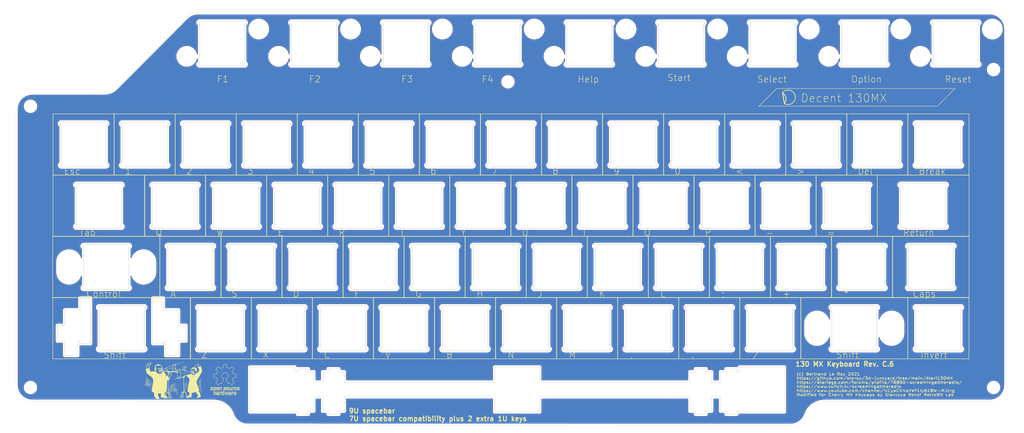
<source format=kicad_pcb>
(kicad_pcb (version 20171130) (host pcbnew 5.1.9+dfsg1-1)
  (title_block (title "Atari 130MX Plate") (date 2022-01-12) (rev C.6) (comment 1 "Modified for Cherry MX SpaceBar + Filler Keys (6.25U + 1.25U + 1.50U)"))
  (layers (0 F.Cu signal) (31 B.Cu signal) (34 B.Paste user) (35 F.Paste user) (36 B.SilkS user) (37 F.SilkS user) (38 B.Mask user) (39 F.Mask user) (44 Edge.Cuts user))
  (net 0 "")
  (module Atari130MX:SW_Hole_1.50u_Atari_Fn_PCB (layer F.Cu) (at 96.47 31.24)
    (fp_text reference SWFn1 hide)
    (fp_text value SW_Push_45deg)
    (fp_line (start 7 -6) (end 7 6) (layer Edge.Cuts) (width 0.12))
    (fp_line (start -7 -6) (end -7 6) (layer Edge.Cuts) (width 0.12))
    (fp_line (start -7 -7) (end 7 -7) (layer Edge.Cuts) (width 0.12))
    (fp_line (start -7 7) (end 7 7) (layer Edge.Cuts) (width 0.12))
    (fp_arc (start 7 -6.5) (end 7 -6) (angle -180) (layer Edge.Cuts) (width 0.12))
    (fp_arc (start -7 -6.5) (end -7 -7) (angle -180) (layer Edge.Cuts) (width 0.12))
    (fp_arc (start 7 6.5) (end 7 7) (angle -180) (layer Edge.Cuts) (width 0.12))
    (fp_arc (start -7 6.5) (end -7 6) (angle -180) (layer Edge.Cuts) (width 0.12))
    (pad "" np_thru_hole circle (at 11.4 -4.5 45) (size 5.5 5.5) (drill 5.5) (layers *.Cu *.Mask))
    (pad "" np_thru_hole circle (at -11 4 45) (size 5.5 5.5) (drill 5.5) (layers *.Cu *.Mask))
  )
  (module Atari130MX:SW_Hole_1.50u_Atari_Fn_PCB (layer F.Cu) (at 125.045 31.24)
    (fp_text reference SWFn2 hide)
    (fp_text value SW_Push_45deg)
    (fp_line (start 7 -6) (end 7 6) (layer Edge.Cuts) (width 0.12))
    (fp_line (start -7 -6) (end -7 6) (layer Edge.Cuts) (width 0.12))
    (fp_line (start -7 -7) (end 7 -7) (layer Edge.Cuts) (width 0.12))
    (fp_line (start -7 7) (end 7 7) (layer Edge.Cuts) (width 0.12))
    (fp_arc (start 7 -6.5) (end 7 -6) (angle -180) (layer Edge.Cuts) (width 0.12))
    (fp_arc (start -7 -6.5) (end -7 -7) (angle -180) (layer Edge.Cuts) (width 0.12))
    (fp_arc (start 7 6.5) (end 7 7) (angle -180) (layer Edge.Cuts) (width 0.12))
    (fp_arc (start -7 6.5) (end -7 6) (angle -180) (layer Edge.Cuts) (width 0.12))
    (pad "" np_thru_hole circle (at 11.4 -4.5 45) (size 5.5 5.5) (drill 5.5) (layers *.Cu *.Mask))
    (pad "" np_thru_hole circle (at -11 4 45) (size 5.5 5.5) (drill 5.5) (layers *.Cu *.Mask))
  )
  (module Atari130MX:SW_Hole_1.50u_Atari_Fn_PCB (layer F.Cu) (at 153.62 31.24)
    (fp_text reference SWFn3 hide)
    (fp_text value SW_Push_45deg)
    (fp_line (start 7 -6) (end 7 6) (layer Edge.Cuts) (width 0.12))
    (fp_line (start -7 -6) (end -7 6) (layer Edge.Cuts) (width 0.12))
    (fp_line (start -7 -7) (end 7 -7) (layer Edge.Cuts) (width 0.12))
    (fp_line (start -7 7) (end 7 7) (layer Edge.Cuts) (width 0.12))
    (fp_arc (start 7 -6.5) (end 7 -6) (angle -180) (layer Edge.Cuts) (width 0.12))
    (fp_arc (start -7 -6.5) (end -7 -7) (angle -180) (layer Edge.Cuts) (width 0.12))
    (fp_arc (start 7 6.5) (end 7 7) (angle -180) (layer Edge.Cuts) (width 0.12))
    (fp_arc (start -7 6.5) (end -7 6) (angle -180) (layer Edge.Cuts) (width 0.12))
    (pad "" np_thru_hole circle (at 11.4 -4.5 45) (size 5.5 5.5) (drill 5.5) (layers *.Cu *.Mask))
    (pad "" np_thru_hole circle (at -11 4 45) (size 5.5 5.5) (drill 5.5) (layers *.Cu *.Mask))
  )
  (module Atari130MX:SW_Hole_1.50u_Atari_Fn_PCB (layer F.Cu) (at 182.195 31.24)
    (fp_text reference SWFn4 hide)
    (fp_text value SW_Push_45deg)
    (fp_line (start 7 -6) (end 7 6) (layer Edge.Cuts) (width 0.12))
    (fp_line (start -7 -6) (end -7 6) (layer Edge.Cuts) (width 0.12))
    (fp_line (start -7 -7) (end 7 -7) (layer Edge.Cuts) (width 0.12))
    (fp_line (start -7 7) (end 7 7) (layer Edge.Cuts) (width 0.12))
    (fp_arc (start 7 -6.5) (end 7 -6) (angle -180) (layer Edge.Cuts) (width 0.12))
    (fp_arc (start -7 -6.5) (end -7 -7) (angle -180) (layer Edge.Cuts) (width 0.12))
    (fp_arc (start 7 6.5) (end 7 7) (angle -180) (layer Edge.Cuts) (width 0.12))
    (fp_arc (start -7 6.5) (end -7 6) (angle -180) (layer Edge.Cuts) (width 0.12))
    (pad "" np_thru_hole circle (at 11.4 -4.5 45) (size 5.5 5.5) (drill 5.5) (layers *.Cu *.Mask))
    (pad "" np_thru_hole circle (at -11 4 45) (size 5.5 5.5) (drill 5.5) (layers *.Cu *.Mask))
  )
  (module Atari130MX:SW_Hole_1.50u_Atari_Fn_PCB (layer F.Cu) (at 296.27 31.24)
    (fp_text reference SWOption1 hide)
    (fp_text value SW_Push_45deg)
    (fp_line (start 7 -6) (end 7 6) (layer Edge.Cuts) (width 0.12))
    (fp_line (start -7 -6) (end -7 6) (layer Edge.Cuts) (width 0.12))
    (fp_line (start -7 -7) (end 7 -7) (layer Edge.Cuts) (width 0.12))
    (fp_line (start -7 7) (end 7 7) (layer Edge.Cuts) (width 0.12))
    (fp_arc (start 7 -6.5) (end 7 -6) (angle -180) (layer Edge.Cuts) (width 0.12))
    (fp_arc (start -7 -6.5) (end -7 -7) (angle -180) (layer Edge.Cuts) (width 0.12))
    (fp_arc (start 7 6.5) (end 7 7) (angle -180) (layer Edge.Cuts) (width 0.12))
    (fp_arc (start -7 6.5) (end -7 6) (angle -180) (layer Edge.Cuts) (width 0.12))
    (pad "" np_thru_hole circle (at 11.4 -4.5 45) (size 5.5 5.5) (drill 5.5) (layers *.Cu *.Mask))
    (pad "" np_thru_hole circle (at -11 4 45) (size 5.5 5.5) (drill 5.5) (layers *.Cu *.Mask))
  )
  (module Atari130MX:SW_Hole_1.50u_Atari_Fn_PCB (layer F.Cu) (at 239.27 31.24)
    (fp_text reference SWStart1 hide)
    (fp_text value SW_Push_45deg)
    (fp_line (start 7 -6) (end 7 6) (layer Edge.Cuts) (width 0.12))
    (fp_line (start -7 -6) (end -7 6) (layer Edge.Cuts) (width 0.12))
    (fp_line (start -7 -7) (end 7 -7) (layer Edge.Cuts) (width 0.12))
    (fp_line (start -7 7) (end 7 7) (layer Edge.Cuts) (width 0.12))
    (fp_arc (start 7 -6.5) (end 7 -6) (angle -180) (layer Edge.Cuts) (width 0.12))
    (fp_arc (start -7 -6.5) (end -7 -7) (angle -180) (layer Edge.Cuts) (width 0.12))
    (fp_arc (start 7 6.5) (end 7 7) (angle -180) (layer Edge.Cuts) (width 0.12))
    (fp_arc (start -7 6.5) (end -7 6) (angle -180) (layer Edge.Cuts) (width 0.12))
    (pad "" np_thru_hole circle (at 11.4 -4.5 45) (size 5.5 5.5) (drill 5.5) (layers *.Cu *.Mask))
    (pad "" np_thru_hole circle (at -11 4 45) (size 5.5 5.5) (drill 5.5) (layers *.Cu *.Mask))
  )
  (module Atari130MX:SW_Hole_1.50u_Atari_Fn_PCB (layer F.Cu) (at 210.77 31.24)
    (fp_text reference SWHlp1 hide)
    (fp_text value SW_Push_45deg)
    (fp_line (start 7 -6) (end 7 6) (layer Edge.Cuts) (width 0.12))
    (fp_line (start -7 -6) (end -7 6) (layer Edge.Cuts) (width 0.12))
    (fp_line (start -7 -7) (end 7 -7) (layer Edge.Cuts) (width 0.12))
    (fp_line (start -7 7) (end 7 7) (layer Edge.Cuts) (width 0.12))
    (fp_arc (start 7 -6.5) (end 7 -6) (angle -180) (layer Edge.Cuts) (width 0.12))
    (fp_arc (start -7 -6.5) (end -7 -7) (angle -180) (layer Edge.Cuts) (width 0.12))
    (fp_arc (start 7 6.5) (end 7 7) (angle -180) (layer Edge.Cuts) (width 0.12))
    (fp_arc (start -7 6.5) (end -7 6) (angle -180) (layer Edge.Cuts) (width 0.12))
    (pad "" np_thru_hole circle (at 11.4 -4.5 45) (size 5.5 5.5) (drill 5.5) (layers *.Cu *.Mask))
    (pad "" np_thru_hole circle (at -11 4 45) (size 5.5 5.5) (drill 5.5) (layers *.Cu *.Mask))
  )
  (module Atari130MX:SW_Hole_1.50u_Atari_Fn_PCB (layer F.Cu) (at 324.77 31.24)
    (fp_text reference SWReset1 hide)
    (fp_text value SW_Push_45deg)
    (fp_line (start 7 -6) (end 7 6) (layer Edge.Cuts) (width 0.12))
    (fp_line (start -7 -6) (end -7 6) (layer Edge.Cuts) (width 0.12))
    (fp_line (start -7 -7) (end 7 -7) (layer Edge.Cuts) (width 0.12))
    (fp_line (start -7 7) (end 7 7) (layer Edge.Cuts) (width 0.12))
    (fp_arc (start 7 -6.5) (end 7 -6) (angle -180) (layer Edge.Cuts) (width 0.12))
    (fp_arc (start -7 -6.5) (end -7 -7) (angle -180) (layer Edge.Cuts) (width 0.12))
    (fp_arc (start 7 6.5) (end 7 7) (angle -180) (layer Edge.Cuts) (width 0.12))
    (fp_arc (start -7 6.5) (end -7 6) (angle -180) (layer Edge.Cuts) (width 0.12))
    (pad "" np_thru_hole circle (at 11.4 -4.5 45) (size 5.5 5.5) (drill 5.5) (layers *.Cu *.Mask))
    (pad "" np_thru_hole circle (at -11 4 45) (size 5.5 5.5) (drill 5.5) (layers *.Cu *.Mask))
  )
  (module Atari130MX:SW_Hole_1.50u_Atari_Fn_PCB (layer F.Cu) (at 267.77 31.24)
    (fp_text reference SWSelect1 hide)
    (fp_text value SW_Push_45deg)
    (fp_line (start 7 -6) (end 7 6) (layer Edge.Cuts) (width 0.12))
    (fp_line (start -7 -6) (end -7 6) (layer Edge.Cuts) (width 0.12))
    (fp_line (start -7 -7) (end 7 -7) (layer Edge.Cuts) (width 0.12))
    (fp_line (start -7 7) (end 7 7) (layer Edge.Cuts) (width 0.12))
    (fp_arc (start 7 -6.5) (end 7 -6) (angle -180) (layer Edge.Cuts) (width 0.12))
    (fp_arc (start -7 -6.5) (end -7 -7) (angle -180) (layer Edge.Cuts) (width 0.12))
    (fp_arc (start 7 6.5) (end 7 7) (angle -180) (layer Edge.Cuts) (width 0.12))
    (fp_arc (start -7 6.5) (end -7 6) (angle -180) (layer Edge.Cuts) (width 0.12))
    (pad "" np_thru_hole circle (at 11.4 -4.5 45) (size 5.5 5.5) (drill 5.5) (layers *.Cu *.Mask))
    (pad "" np_thru_hole circle (at -11 4 45) (size 5.5 5.5) (drill 5.5) (layers *.Cu *.Mask))
  )
  (module Atari130MX:SW_Hole_2.25u_PCB (layer F.Cu) (at 65.22 119.96)
    (fp_text reference SWLeftSft1 hide)
    (fp_text value SW_Push_45deg)
    (fp_line (start -13 -5.7) (end -17.7 -5.7) (layer Edge.Cuts) (width 0.12))
    (fp_line (start -13 -9.4) (end -13 -5.7) (layer Edge.Cuts) (width 0.12))
    (fp_line (start -9.7 -9.4) (end -13 -9.4) (layer Edge.Cuts) (width 0.12))
    (fp_line (start -9.7 -9.4) (end -9.7 4.8) (layer Edge.Cuts) (width 0.12))
    (fp_line (start -9.7 4.8) (end -13 4.8) (layer Edge.Cuts) (width 0.12))
    (fp_line (start -13 4.8) (end -13 4) (layer Edge.Cuts) (width 0.12))
    (fp_line (start -13 4) (end -13.7 4) (layer Edge.Cuts) (width 0.12))
    (fp_line (start -13.7 4) (end -13.7 8.5) (layer Edge.Cuts) (width 0.12))
    (fp_line (start -13.7 8.5) (end -17.7 8.5) (layer Edge.Cuts) (width 0.12))
    (fp_line (start -17.7 8.5) (end -17.7 4) (layer Edge.Cuts) (width 0.12))
    (fp_line (start -17.7 4) (end -20 4) (layer Edge.Cuts) (width 0.12))
    (fp_line (start -20 4) (end -20 -0.9) (layer Edge.Cuts) (width 0.12))
    (fp_line (start -20 -0.9) (end -17.7 -0.9) (layer Edge.Cuts) (width 0.12))
    (fp_line (start -17.7 -5.7) (end -17.7 -0.9) (layer Edge.Cuts) (width 0.12))
    (fp_line (start -7 -6) (end -7 6) (layer Edge.Cuts) (width 0.12))
    (fp_line (start -7 -7) (end 7 -7) (layer Edge.Cuts) (width 0.12))
    (fp_line (start -7 7) (end 7 7) (layer Edge.Cuts) (width 0.12))
    (fp_line (start 7 -6) (end 7 6) (layer Edge.Cuts) (width 0.12))
    (fp_line (start 9.7 -9.4) (end 13 -9.4) (layer Edge.Cuts) (width 0.12))
    (fp_line (start 13 -9.4) (end 13 -5.7) (layer Edge.Cuts) (width 0.12))
    (fp_line (start 9.7 -9.4) (end 9.7 4.8) (layer Edge.Cuts) (width 0.12))
    (fp_line (start 9.7 4.8) (end 13 4.8) (layer Edge.Cuts) (width 0.12))
    (fp_line (start 13 4.8) (end 13 4) (layer Edge.Cuts) (width 0.12))
    (fp_line (start 13 -5.7) (end 17.7 -5.7) (layer Edge.Cuts) (width 0.12))
    (fp_line (start 20 -0.9) (end 17.7 -0.9) (layer Edge.Cuts) (width 0.12))
    (fp_line (start 13.7 4) (end 13.7 8.5) (layer Edge.Cuts) (width 0.12))
    (fp_line (start 13.7 8.5) (end 17.7 8.5) (layer Edge.Cuts) (width 0.12))
    (fp_line (start 20 4) (end 20 -0.9) (layer Edge.Cuts) (width 0.12))
    (fp_line (start 17.7 4) (end 20 4) (layer Edge.Cuts) (width 0.12))
    (fp_line (start 17.7 -5.7) (end 17.7 -0.9) (layer Edge.Cuts) (width 0.12))
    (fp_line (start 13 4) (end 13.7 4) (layer Edge.Cuts) (width 0.12))
    (fp_line (start 17.7 8.5) (end 17.7 4) (layer Edge.Cuts) (width 0.12))
    (fp_arc (start -7 6.5) (end -7 6) (angle -180) (layer Edge.Cuts) (width 0.12))
    (fp_arc (start 7 -6.5) (end 7 -6) (angle -180) (layer Edge.Cuts) (width 0.12))
    (fp_arc (start -7 -6.5) (end -7 -7) (angle -180) (layer Edge.Cuts) (width 0.12))
    (fp_arc (start 7 6.5) (end 7 7) (angle -180) (layer Edge.Cuts) (width 0.12))
  )
  (module Atari130MX:SW_Hole_1.25u_PCB (layer F.Cu) (at 317.01 100.86)
    (fp_text reference SWCps1 hide)
    (fp_text value SW_Push_45deg)
    (fp_line (start -7 -6) (end -7 6) (layer Edge.Cuts) (width 0.12))
    (fp_line (start -7 7) (end 7 7) (layer Edge.Cuts) (width 0.12))
    (fp_line (start -7 -7) (end 7 -7) (layer Edge.Cuts) (width 0.12))
    (fp_line (start 7 -6) (end 7 6) (layer Edge.Cuts) (width 0.12))
    (fp_arc (start -7 6.5) (end -7 6) (angle -180) (layer Edge.Cuts) (width 0.12))
    (fp_arc (start 7 6.5) (end 7 7) (angle -180) (layer Edge.Cuts) (width 0.12))
    (fp_arc (start -7 -6.5) (end -7 -7) (angle -180) (layer Edge.Cuts) (width 0.12))
    (fp_arc (start 7 -6.5) (end 7 -6) (angle -180) (layer Edge.Cuts) (width 0.12))
  )
  (module Atari130MX:SW_Hole_1.75u_PCB (layer F.Cu) (at 60.41 100.86)
    (fp_text reference SWCtl1 hide)
    (fp_text value SW_Push_45deg)
    (fp_line (start -7 7) (end 7 7) (layer Edge.Cuts) (width 0.12))
    (fp_line (start -7 -7) (end 7 -7) (layer Edge.Cuts) (width 0.12))
    (fp_line (start -7 -6) (end -7 6) (layer Edge.Cuts) (width 0.12))
    (fp_line (start 7 -6) (end 7 6) (layer Edge.Cuts) (width 0.12))
    (fp_arc (start 7 -6.5) (end 7 -6) (angle -180) (layer Edge.Cuts) (width 0.12))
    (fp_arc (start -7 -6.5) (end -7 -7) (angle -180) (layer Edge.Cuts) (width 0.12))
    (fp_arc (start 7 6.5) (end 7 7) (angle -180) (layer Edge.Cuts) (width 0.12))
    (fp_arc (start -7 6.5) (end -7 6) (angle -180) (layer Edge.Cuts) (width 0.12))
    (pad "" np_thru_hole oval (at -11.6 0) (size 7 10) (drill oval 7 10) (layers *.Cu *.Mask))
    (pad "" np_thru_hole oval (at 11.6 0) (size 7 10) (drill oval 7 10) (layers *.Cu *.Mask))
  )
  (module Atari130MX:SW_Hole_1.75u_PCB (layer F.Cu) (at 293.195 119.96)
    (fp_text reference SWRightSft1 hide)
    (fp_text value SW_Push_45deg)
    (fp_line (start -7 7) (end 7 7) (layer Edge.Cuts) (width 0.12))
    (fp_line (start -7 -7) (end 7 -7) (layer Edge.Cuts) (width 0.12))
    (fp_line (start -7 -6) (end -7 6) (layer Edge.Cuts) (width 0.12))
    (fp_line (start 7 -6) (end 7 6) (layer Edge.Cuts) (width 0.12))
    (fp_arc (start 7 -6.5) (end 7 -6) (angle -180) (layer Edge.Cuts) (width 0.12))
    (fp_arc (start -7 -6.5) (end -7 -7) (angle -180) (layer Edge.Cuts) (width 0.12))
    (fp_arc (start 7 6.5) (end 7 7) (angle -180) (layer Edge.Cuts) (width 0.12))
    (fp_arc (start -7 6.5) (end -7 6) (angle -180) (layer Edge.Cuts) (width 0.12))
    (pad "" np_thru_hole oval (at -11.6 0) (size 7 10) (drill oval 7 10) (layers *.Cu *.Mask))
    (pad "" np_thru_hole oval (at 11.6 0) (size 7 10) (drill oval 7 10) (layers *.Cu *.Mask))
  )
  (module Atari130MX:ScreamingAtTheRadio (layer F.Cu) (at 81.37 135.19)
    (fp_text reference G*** hide)
    (fp_text value LOGO hide)
  )
  (module Atari130MX:SW_Hole_1.50u_PCB (layer F.Cu) (at 58.13 81.79)
    (fp_text reference SWTab1 hide)
    (fp_text value SW_Push_45deg)
    (fp_line (start 7 -6) (end 7 6) (layer Edge.Cuts) (width 0.12))
    (fp_line (start -7 -6) (end -7 6) (layer Edge.Cuts) (width 0.12))
    (fp_line (start -7 -7) (end 7 -7) (layer Edge.Cuts) (width 0.12))
    (fp_line (start -7 7) (end 7 7) (layer Edge.Cuts) (width 0.12))
    (fp_arc (start 7 -6.5) (end 7 -6) (angle -180) (layer Edge.Cuts) (width 0.12))
    (fp_arc (start -7 -6.5) (end -7 -7) (angle -180) (layer Edge.Cuts) (width 0.12))
    (fp_arc (start 7 6.5) (end 7 7) (angle -180) (layer Edge.Cuts) (width 0.12))
    (fp_arc (start -7 6.5) (end -7 6) (angle -180) (layer Edge.Cuts) (width 0.12))
  )
  (module Atari130MX:SW_Hole_1.50u_PCB (layer F.Cu) (at 314.63 81.79)
    (fp_text reference SWRet1 hide)
    (fp_text value SW_Push_45deg)
    (fp_line (start 7 -6) (end 7 6) (layer Edge.Cuts) (width 0.12))
    (fp_line (start -7 -6) (end -7 6) (layer Edge.Cuts) (width 0.12))
    (fp_line (start -7 -7) (end 7 -7) (layer Edge.Cuts) (width 0.12))
    (fp_line (start -7 7) (end 7 7) (layer Edge.Cuts) (width 0.12))
    (fp_arc (start 7 -6.5) (end 7 -6) (angle -180) (layer Edge.Cuts) (width 0.12))
    (fp_arc (start -7 -6.5) (end -7 -7) (angle -180) (layer Edge.Cuts) (width 0.12))
    (fp_arc (start 7 6.5) (end 7 7) (angle -180) (layer Edge.Cuts) (width 0.12))
    (fp_arc (start -7 6.5) (end -7 6) (angle -180) (layer Edge.Cuts) (width 0.12))
  )
  (module Atari130MX:SW_Hole_1.00u_PCB (layer F.Cu) (at 53.37 62.69)
    (fp_text reference SWEsc1 hide)
    (fp_text value SW_Push_45deg)
    (fp_line (start -7 -6) (end -7 6) (layer Edge.Cuts) (width 0.12))
    (fp_line (start -7 7) (end 7 7) (layer Edge.Cuts) (width 0.12))
    (fp_line (start -7 -7) (end 7 -7) (layer Edge.Cuts) (width 0.12))
    (fp_line (start 7 -6) (end 7 6) (layer Edge.Cuts) (width 0.12))
    (fp_arc (start -7 6.5) (end -7 6) (angle -180) (layer Edge.Cuts) (width 0.12))
    (fp_arc (start 7 6.5) (end 7 7) (angle -180) (layer Edge.Cuts) (width 0.12))
    (fp_arc (start -7 -6.5) (end -7 -7) (angle -180) (layer Edge.Cuts) (width 0.12))
    (fp_arc (start 7 -6.5) (end 7 -6) (angle -180) (layer Edge.Cuts) (width 0.12))
  )
  (module Atari130MX:SW_Hole_1.00u_PCB (layer F.Cu) (at 200.61 100.86)
    (fp_text reference SWJ1 hide)
    (fp_text value SW_Push_45deg)
    (fp_line (start -7 -6) (end -7 6) (layer Edge.Cuts) (width 0.12))
    (fp_line (start -7 7) (end 7 7) (layer Edge.Cuts) (width 0.12))
    (fp_line (start -7 -7) (end 7 -7) (layer Edge.Cuts) (width 0.12))
    (fp_line (start 7 -6) (end 7 6) (layer Edge.Cuts) (width 0.12))
    (fp_arc (start -7 6.5) (end -7 6) (angle -180) (layer Edge.Cuts) (width 0.12))
    (fp_arc (start 7 6.5) (end 7 7) (angle -180) (layer Edge.Cuts) (width 0.12))
    (fp_arc (start -7 -6.5) (end -7 -7) (angle -180) (layer Edge.Cuts) (width 0.12))
    (fp_arc (start 7 -6.5) (end 7 -6) (angle -180) (layer Edge.Cuts) (width 0.12))
  )
  (module Atari130MX:SW_Hole_1.00u_PCB (layer F.Cu) (at 143.61 100.86)
    (fp_text reference SWF1 hide)
    (fp_text value SW_Push_45deg)
    (fp_line (start -7 -6) (end -7 6) (layer Edge.Cuts) (width 0.12))
    (fp_line (start -7 7) (end 7 7) (layer Edge.Cuts) (width 0.12))
    (fp_line (start -7 -7) (end 7 -7) (layer Edge.Cuts) (width 0.12))
    (fp_line (start 7 -6) (end 7 6) (layer Edge.Cuts) (width 0.12))
    (fp_arc (start -7 6.5) (end -7 6) (angle -180) (layer Edge.Cuts) (width 0.12))
    (fp_arc (start 7 6.5) (end 7 7) (angle -180) (layer Edge.Cuts) (width 0.12))
    (fp_arc (start -7 -6.5) (end -7 -7) (angle -180) (layer Edge.Cuts) (width 0.12))
    (fp_arc (start 7 -6.5) (end 7 -6) (angle -180) (layer Edge.Cuts) (width 0.12))
  )
  (module Atari130MX:SW_Hole_1.00u_PCB (layer F.Cu) (at 134.07 119.96)
    (fp_text reference SWC1 hide)
    (fp_text value SW_Push_45deg)
    (fp_line (start -7 -6) (end -7 6) (layer Edge.Cuts) (width 0.12))
    (fp_line (start -7 7) (end 7 7) (layer Edge.Cuts) (width 0.12))
    (fp_line (start -7 -7) (end 7 -7) (layer Edge.Cuts) (width 0.12))
    (fp_line (start 7 -6) (end 7 6) (layer Edge.Cuts) (width 0.12))
    (fp_arc (start -7 6.5) (end -7 6) (angle -180) (layer Edge.Cuts) (width 0.12))
    (fp_arc (start 7 6.5) (end 7 7) (angle -180) (layer Edge.Cuts) (width 0.12))
    (fp_arc (start -7 -6.5) (end -7 -7) (angle -180) (layer Edge.Cuts) (width 0.12))
    (fp_arc (start 7 -6.5) (end 7 -6) (angle -180) (layer Edge.Cuts) (width 0.12))
  )
  (module Atari130MX:SW_Hole_1.00u_PCB (layer F.Cu) (at 229.07 119.96)
    (fp_text reference SWComma1 hide)
    (fp_text value SW_Push_45deg)
    (fp_line (start -7 -6) (end -7 6) (layer Edge.Cuts) (width 0.12))
    (fp_line (start -7 7) (end 7 7) (layer Edge.Cuts) (width 0.12))
    (fp_line (start -7 -7) (end 7 -7) (layer Edge.Cuts) (width 0.12))
    (fp_line (start 7 -6) (end 7 6) (layer Edge.Cuts) (width 0.12))
    (fp_arc (start -7 6.5) (end -7 6) (angle -180) (layer Edge.Cuts) (width 0.12))
    (fp_arc (start 7 6.5) (end 7 7) (angle -180) (layer Edge.Cuts) (width 0.12))
    (fp_arc (start -7 -6.5) (end -7 -7) (angle -180) (layer Edge.Cuts) (width 0.12))
    (fp_arc (start 7 -6.5) (end 7 -6) (angle -180) (layer Edge.Cuts) (width 0.12))
  )
  (module Atari130MX:SW_Hole_1.00u_PCB (layer F.Cu) (at 124.61 100.86)
    (fp_text reference SWD1 hide)
    (fp_text value SW_Push_45deg)
    (fp_line (start -7 -6) (end -7 6) (layer Edge.Cuts) (width 0.12))
    (fp_line (start -7 7) (end 7 7) (layer Edge.Cuts) (width 0.12))
    (fp_line (start -7 -7) (end 7 -7) (layer Edge.Cuts) (width 0.12))
    (fp_line (start 7 -6) (end 7 6) (layer Edge.Cuts) (width 0.12))
    (fp_arc (start -7 6.5) (end -7 6) (angle -180) (layer Edge.Cuts) (width 0.12))
    (fp_arc (start 7 6.5) (end 7 7) (angle -180) (layer Edge.Cuts) (width 0.12))
    (fp_arc (start -7 -6.5) (end -7 -7) (angle -180) (layer Edge.Cuts) (width 0.12))
    (fp_arc (start 7 -6.5) (end 7 -6) (angle -180) (layer Edge.Cuts) (width 0.12))
  )
  (module Atari130MX:SW_Hole_1.00u_PCB (layer F.Cu) (at 290.83 81.79)
    (fp_text reference SWEqual1 hide)
    (fp_text value SW_Push_45deg)
    (fp_line (start -7 -6) (end -7 6) (layer Edge.Cuts) (width 0.12))
    (fp_line (start -7 7) (end 7 7) (layer Edge.Cuts) (width 0.12))
    (fp_line (start -7 -7) (end 7 -7) (layer Edge.Cuts) (width 0.12))
    (fp_line (start 7 -6) (end 7 6) (layer Edge.Cuts) (width 0.12))
    (fp_arc (start -7 6.5) (end -7 6) (angle -180) (layer Edge.Cuts) (width 0.12))
    (fp_arc (start 7 6.5) (end 7 7) (angle -180) (layer Edge.Cuts) (width 0.12))
    (fp_arc (start -7 -6.5) (end -7 -7) (angle -180) (layer Edge.Cuts) (width 0.12))
    (fp_arc (start 7 -6.5) (end 7 -6) (angle -180) (layer Edge.Cuts) (width 0.12))
  )
  (module Atari130MX:SW_Hole_1.00u_PCB (layer F.Cu) (at 162.61 100.86)
    (fp_text reference SWG1 hide)
    (fp_text value SW_Push_45deg)
    (fp_line (start -7 -6) (end -7 6) (layer Edge.Cuts) (width 0.12))
    (fp_line (start -7 7) (end 7 7) (layer Edge.Cuts) (width 0.12))
    (fp_line (start -7 -7) (end 7 -7) (layer Edge.Cuts) (width 0.12))
    (fp_line (start 7 -6) (end 7 6) (layer Edge.Cuts) (width 0.12))
    (fp_arc (start -7 6.5) (end -7 6) (angle -180) (layer Edge.Cuts) (width 0.12))
    (fp_arc (start 7 6.5) (end 7 7) (angle -180) (layer Edge.Cuts) (width 0.12))
    (fp_arc (start -7 -6.5) (end -7 -7) (angle -180) (layer Edge.Cuts) (width 0.12))
    (fp_arc (start 7 -6.5) (end 7 -6) (angle -180) (layer Edge.Cuts) (width 0.12))
  )
  (module Atari130MX:SW_Hole_1.00u_PCB (layer F.Cu) (at 214.83 81.79)
    (fp_text reference SWI1 hide)
    (fp_text value SW_Push_45deg)
    (fp_line (start -7 -6) (end -7 6) (layer Edge.Cuts) (width 0.12))
    (fp_line (start -7 7) (end 7 7) (layer Edge.Cuts) (width 0.12))
    (fp_line (start -7 -7) (end 7 -7) (layer Edge.Cuts) (width 0.12))
    (fp_line (start 7 -6) (end 7 6) (layer Edge.Cuts) (width 0.12))
    (fp_arc (start -7 6.5) (end -7 6) (angle -180) (layer Edge.Cuts) (width 0.12))
    (fp_arc (start 7 6.5) (end 7 7) (angle -180) (layer Edge.Cuts) (width 0.12))
    (fp_arc (start -7 -6.5) (end -7 -7) (angle -180) (layer Edge.Cuts) (width 0.12))
    (fp_arc (start 7 -6.5) (end 7 -6) (angle -180) (layer Edge.Cuts) (width 0.12))
  )
  (module Atari130MX:SW_Hole_1.00u_PCB (layer F.Cu) (at 172.07 119.96)
    (fp_text reference SWB1 hide)
    (fp_text value SW_Push_45deg)
    (fp_line (start -7 -6) (end -7 6) (layer Edge.Cuts) (width 0.12))
    (fp_line (start -7 7) (end 7 7) (layer Edge.Cuts) (width 0.12))
    (fp_line (start -7 -7) (end 7 -7) (layer Edge.Cuts) (width 0.12))
    (fp_line (start 7 -6) (end 7 6) (layer Edge.Cuts) (width 0.12))
    (fp_arc (start -7 6.5) (end -7 6) (angle -180) (layer Edge.Cuts) (width 0.12))
    (fp_arc (start 7 6.5) (end 7 7) (angle -180) (layer Edge.Cuts) (width 0.12))
    (fp_arc (start -7 -6.5) (end -7 -7) (angle -180) (layer Edge.Cuts) (width 0.12))
    (fp_arc (start 7 -6.5) (end 7 -6) (angle -180) (layer Edge.Cuts) (width 0.12))
  )
  (module Atari130MX:SW_Hole_1.00u_PCB (layer F.Cu) (at 319.37 62.69)
    (fp_text reference SWBrk1 hide)
    (fp_text value SW_Push_45deg)
    (fp_line (start -7 -6) (end -7 6) (layer Edge.Cuts) (width 0.12))
    (fp_line (start -7 7) (end 7 7) (layer Edge.Cuts) (width 0.12))
    (fp_line (start -7 -7) (end 7 -7) (layer Edge.Cuts) (width 0.12))
    (fp_line (start 7 -6) (end 7 6) (layer Edge.Cuts) (width 0.12))
    (fp_arc (start -7 6.5) (end -7 6) (angle -180) (layer Edge.Cuts) (width 0.12))
    (fp_arc (start 7 6.5) (end 7 7) (angle -180) (layer Edge.Cuts) (width 0.12))
    (fp_arc (start -7 -6.5) (end -7 -7) (angle -180) (layer Edge.Cuts) (width 0.12))
    (fp_arc (start 7 -6.5) (end 7 -6) (angle -180) (layer Edge.Cuts) (width 0.12))
  )
  (module Atari130MX:SW_Hole_1.00u_PCB (layer F.Cu) (at 119.83 81.79)
    (fp_text reference SWE1 hide)
    (fp_text value SW_Push_45deg)
    (fp_line (start -7 -6) (end -7 6) (layer Edge.Cuts) (width 0.12))
    (fp_line (start -7 7) (end 7 7) (layer Edge.Cuts) (width 0.12))
    (fp_line (start -7 -7) (end 7 -7) (layer Edge.Cuts) (width 0.12))
    (fp_line (start 7 -6) (end 7 6) (layer Edge.Cuts) (width 0.12))
    (fp_arc (start -7 6.5) (end -7 6) (angle -180) (layer Edge.Cuts) (width 0.12))
    (fp_arc (start 7 6.5) (end 7 7) (angle -180) (layer Edge.Cuts) (width 0.12))
    (fp_arc (start -7 -6.5) (end -7 -7) (angle -180) (layer Edge.Cuts) (width 0.12))
    (fp_arc (start 7 -6.5) (end 7 -6) (angle -180) (layer Edge.Cuts) (width 0.12))
  )
  (module Atari130MX:SW_Hole_1.00u_PCB (layer F.Cu) (at 319.37 119.96)
    (fp_text reference SWInv1 hide)
    (fp_text value SW_Push_45deg)
    (fp_line (start -7 -6) (end -7 6) (layer Edge.Cuts) (width 0.12))
    (fp_line (start -7 7) (end 7 7) (layer Edge.Cuts) (width 0.12))
    (fp_line (start -7 -7) (end 7 -7) (layer Edge.Cuts) (width 0.12))
    (fp_line (start 7 -6) (end 7 6) (layer Edge.Cuts) (width 0.12))
    (fp_arc (start -7 6.5) (end -7 6) (angle -180) (layer Edge.Cuts) (width 0.12))
    (fp_arc (start 7 6.5) (end 7 7) (angle -180) (layer Edge.Cuts) (width 0.12))
    (fp_arc (start -7 -6.5) (end -7 -7) (angle -180) (layer Edge.Cuts) (width 0.12))
    (fp_arc (start 7 -6.5) (end 7 -6) (angle -180) (layer Edge.Cuts) (width 0.12))
  )
  (module Atari130MX:SW_Hole_1.00u_PCB (layer F.Cu) (at 271.83 81.79)
    (fp_text reference SWDash1 hide)
    (fp_text value SW_Push_45deg)
    (fp_line (start -7 -6) (end -7 6) (layer Edge.Cuts) (width 0.12))
    (fp_line (start -7 7) (end 7 7) (layer Edge.Cuts) (width 0.12))
    (fp_line (start -7 -7) (end 7 -7) (layer Edge.Cuts) (width 0.12))
    (fp_line (start 7 -6) (end 7 6) (layer Edge.Cuts) (width 0.12))
    (fp_arc (start -7 6.5) (end -7 6) (angle -180) (layer Edge.Cuts) (width 0.12))
    (fp_arc (start 7 6.5) (end 7 7) (angle -180) (layer Edge.Cuts) (width 0.12))
    (fp_arc (start -7 -6.5) (end -7 -7) (angle -180) (layer Edge.Cuts) (width 0.12))
    (fp_arc (start 7 -6.5) (end 7 -6) (angle -180) (layer Edge.Cuts) (width 0.12))
  )
  (module Atari130MX:SW_Hole_1.00u_PCB (layer F.Cu) (at 300.37 62.69)
    (fp_text reference SWDel1 hide)
    (fp_text value SW_Push_45deg)
    (fp_line (start -7 -6) (end -7 6) (layer Edge.Cuts) (width 0.12))
    (fp_line (start -7 7) (end 7 7) (layer Edge.Cuts) (width 0.12))
    (fp_line (start -7 -7) (end 7 -7) (layer Edge.Cuts) (width 0.12))
    (fp_line (start 7 -6) (end 7 6) (layer Edge.Cuts) (width 0.12))
    (fp_arc (start -7 6.5) (end -7 6) (angle -180) (layer Edge.Cuts) (width 0.12))
    (fp_arc (start 7 6.5) (end 7 7) (angle -180) (layer Edge.Cuts) (width 0.12))
    (fp_arc (start -7 -6.5) (end -7 -7) (angle -180) (layer Edge.Cuts) (width 0.12))
    (fp_arc (start 7 -6.5) (end 7 -6) (angle -180) (layer Edge.Cuts) (width 0.12))
  )
  (module Atari130MX:SW_Hole_1.00u_PCB (layer F.Cu) (at 281.37 62.69)
    (fp_text reference SWGT1 hide)
    (fp_text value SW_Push_45deg)
    (fp_line (start -7 -6) (end -7 6) (layer Edge.Cuts) (width 0.12))
    (fp_line (start -7 7) (end 7 7) (layer Edge.Cuts) (width 0.12))
    (fp_line (start -7 -7) (end 7 -7) (layer Edge.Cuts) (width 0.12))
    (fp_line (start 7 -6) (end 7 6) (layer Edge.Cuts) (width 0.12))
    (fp_arc (start -7 6.5) (end -7 6) (angle -180) (layer Edge.Cuts) (width 0.12))
    (fp_arc (start 7 6.5) (end 7 7) (angle -180) (layer Edge.Cuts) (width 0.12))
    (fp_arc (start -7 -6.5) (end -7 -7) (angle -180) (layer Edge.Cuts) (width 0.12))
    (fp_arc (start 7 -6.5) (end 7 -6) (angle -180) (layer Edge.Cuts) (width 0.12))
  )
  (module Atari130MX:SW_Hole_1.00u_PCB (layer F.Cu) (at 181.61 100.86)
    (fp_text reference SWH1 hide)
    (fp_text value SW_Push_45deg)
    (fp_line (start -7 -6) (end -7 6) (layer Edge.Cuts) (width 0.12))
    (fp_line (start -7 7) (end 7 7) (layer Edge.Cuts) (width 0.12))
    (fp_line (start -7 -7) (end 7 -7) (layer Edge.Cuts) (width 0.12))
    (fp_line (start 7 -6) (end 7 6) (layer Edge.Cuts) (width 0.12))
    (fp_arc (start -7 6.5) (end -7 6) (angle -180) (layer Edge.Cuts) (width 0.12))
    (fp_arc (start 7 6.5) (end 7 7) (angle -180) (layer Edge.Cuts) (width 0.12))
    (fp_arc (start -7 -6.5) (end -7 -7) (angle -180) (layer Edge.Cuts) (width 0.12))
    (fp_arc (start 7 -6.5) (end 7 -6) (angle -180) (layer Edge.Cuts) (width 0.12))
  )
  (module Atari130MX:SW_Hole_1.00u_PCB (layer F.Cu) (at 252.83 81.79)
    (fp_text reference SWP1 hide)
    (fp_text value SW_Push_45deg)
    (fp_line (start -7 -6) (end -7 6) (layer Edge.Cuts) (width 0.12))
    (fp_line (start -7 7) (end 7 7) (layer Edge.Cuts) (width 0.12))
    (fp_line (start -7 -7) (end 7 -7) (layer Edge.Cuts) (width 0.12))
    (fp_line (start 7 -6) (end 7 6) (layer Edge.Cuts) (width 0.12))
    (fp_arc (start -7 6.5) (end -7 6) (angle -180) (layer Edge.Cuts) (width 0.12))
    (fp_arc (start 7 6.5) (end 7 7) (angle -180) (layer Edge.Cuts) (width 0.12))
    (fp_arc (start -7 -6.5) (end -7 -7) (angle -180) (layer Edge.Cuts) (width 0.12))
    (fp_arc (start 7 -6.5) (end 7 -6) (angle -180) (layer Edge.Cuts) (width 0.12))
  )
  (module Atari130MX:SW_Hole_1.00u_PCB (layer F.Cu) (at 267.07 119.96)
    (fp_text reference SWSlash1 hide)
    (fp_text value SW_Push_45deg)
    (fp_line (start -7 -6) (end -7 6) (layer Edge.Cuts) (width 0.12))
    (fp_line (start -7 7) (end 7 7) (layer Edge.Cuts) (width 0.12))
    (fp_line (start -7 -7) (end 7 -7) (layer Edge.Cuts) (width 0.12))
    (fp_line (start 7 -6) (end 7 6) (layer Edge.Cuts) (width 0.12))
    (fp_arc (start -7 6.5) (end -7 6) (angle -180) (layer Edge.Cuts) (width 0.12))
    (fp_arc (start 7 6.5) (end 7 7) (angle -180) (layer Edge.Cuts) (width 0.12))
    (fp_arc (start -7 -6.5) (end -7 -7) (angle -180) (layer Edge.Cuts) (width 0.12))
    (fp_arc (start 7 -6.5) (end 7 -6) (angle -180) (layer Edge.Cuts) (width 0.12))
  )
  (module Atari130MX:SW_Hole_1.00u_PCB (layer F.Cu) (at 257.61 100.86)
    (fp_text reference SWSemi1 hide)
    (fp_text value SW_Push_45deg)
    (fp_line (start -7 -6) (end -7 6) (layer Edge.Cuts) (width 0.12))
    (fp_line (start -7 7) (end 7 7) (layer Edge.Cuts) (width 0.12))
    (fp_line (start -7 -7) (end 7 -7) (layer Edge.Cuts) (width 0.12))
    (fp_line (start 7 -6) (end 7 6) (layer Edge.Cuts) (width 0.12))
    (fp_arc (start -7 6.5) (end -7 6) (angle -180) (layer Edge.Cuts) (width 0.12))
    (fp_arc (start 7 6.5) (end 7 7) (angle -180) (layer Edge.Cuts) (width 0.12))
    (fp_arc (start -7 -6.5) (end -7 -7) (angle -180) (layer Edge.Cuts) (width 0.12))
    (fp_arc (start 7 -6.5) (end 7 -6) (angle -180) (layer Edge.Cuts) (width 0.12))
  )
  (module Atari130MX:SW_Hole_1.00u_PCB (layer F.Cu) (at 262.37 62.69)
    (fp_text reference SWLT1 hide)
    (fp_text value SW_Push_45deg)
    (fp_line (start -7 -6) (end -7 6) (layer Edge.Cuts) (width 0.12))
    (fp_line (start -7 7) (end 7 7) (layer Edge.Cuts) (width 0.12))
    (fp_line (start -7 -7) (end 7 -7) (layer Edge.Cuts) (width 0.12))
    (fp_line (start 7 -6) (end 7 6) (layer Edge.Cuts) (width 0.12))
    (fp_arc (start -7 6.5) (end -7 6) (angle -180) (layer Edge.Cuts) (width 0.12))
    (fp_arc (start 7 6.5) (end 7 7) (angle -180) (layer Edge.Cuts) (width 0.12))
    (fp_arc (start -7 -6.5) (end -7 -7) (angle -180) (layer Edge.Cuts) (width 0.12))
    (fp_arc (start 7 -6.5) (end 7 -6) (angle -180) (layer Edge.Cuts) (width 0.12))
  )
  (module Atari130MX:SW_Hole_1.00u_PCB (layer F.Cu) (at 191.07 119.96)
    (fp_text reference SWN1 hide)
    (fp_text value SW_Push_45deg)
    (fp_line (start -7 -6) (end -7 6) (layer Edge.Cuts) (width 0.12))
    (fp_line (start -7 7) (end 7 7) (layer Edge.Cuts) (width 0.12))
    (fp_line (start -7 -7) (end 7 -7) (layer Edge.Cuts) (width 0.12))
    (fp_line (start 7 -6) (end 7 6) (layer Edge.Cuts) (width 0.12))
    (fp_arc (start -7 6.5) (end -7 6) (angle -180) (layer Edge.Cuts) (width 0.12))
    (fp_arc (start 7 6.5) (end 7 7) (angle -180) (layer Edge.Cuts) (width 0.12))
    (fp_arc (start -7 -6.5) (end -7 -7) (angle -180) (layer Edge.Cuts) (width 0.12))
    (fp_arc (start 7 -6.5) (end 7 -6) (angle -180) (layer Edge.Cuts) (width 0.12))
  )
  (module Atari130MX:SW_Hole_1.00u_PCB (layer F.Cu) (at 157.83 81.79)
    (fp_text reference SWT1 hide)
    (fp_text value SW_Push_45deg)
    (fp_line (start -7 -6) (end -7 6) (layer Edge.Cuts) (width 0.12))
    (fp_line (start -7 7) (end 7 7) (layer Edge.Cuts) (width 0.12))
    (fp_line (start -7 -7) (end 7 -7) (layer Edge.Cuts) (width 0.12))
    (fp_line (start 7 -6) (end 7 6) (layer Edge.Cuts) (width 0.12))
    (fp_arc (start -7 6.5) (end -7 6) (angle -180) (layer Edge.Cuts) (width 0.12))
    (fp_arc (start 7 6.5) (end 7 7) (angle -180) (layer Edge.Cuts) (width 0.12))
    (fp_arc (start -7 -6.5) (end -7 -7) (angle -180) (layer Edge.Cuts) (width 0.12))
    (fp_arc (start 7 -6.5) (end 7 -6) (angle -180) (layer Edge.Cuts) (width 0.12))
  )
  (module Atari130MX:SW_Hole_1.00u_PCB (layer F.Cu) (at 210.07 119.96)
    (fp_text reference SWM1 hide)
    (fp_text value SW_Push_45deg)
    (fp_line (start -7 -6) (end -7 6) (layer Edge.Cuts) (width 0.12))
    (fp_line (start -7 7) (end 7 7) (layer Edge.Cuts) (width 0.12))
    (fp_line (start -7 -7) (end 7 -7) (layer Edge.Cuts) (width 0.12))
    (fp_line (start 7 -6) (end 7 6) (layer Edge.Cuts) (width 0.12))
    (fp_arc (start -7 6.5) (end -7 6) (angle -180) (layer Edge.Cuts) (width 0.12))
    (fp_arc (start 7 6.5) (end 7 7) (angle -180) (layer Edge.Cuts) (width 0.12))
    (fp_arc (start -7 -6.5) (end -7 -7) (angle -180) (layer Edge.Cuts) (width 0.12))
    (fp_arc (start 7 -6.5) (end 7 -6) (angle -180) (layer Edge.Cuts) (width 0.12))
  )
  (module Atari130MX:SW_Hole_1.00u_PCB (layer F.Cu) (at 105.61 100.86)
    (fp_text reference SWS1 hide)
    (fp_text value SW_Push_45deg)
    (fp_line (start -7 -6) (end -7 6) (layer Edge.Cuts) (width 0.12))
    (fp_line (start -7 7) (end 7 7) (layer Edge.Cuts) (width 0.12))
    (fp_line (start -7 -7) (end 7 -7) (layer Edge.Cuts) (width 0.12))
    (fp_line (start 7 -6) (end 7 6) (layer Edge.Cuts) (width 0.12))
    (fp_arc (start -7 6.5) (end -7 6) (angle -180) (layer Edge.Cuts) (width 0.12))
    (fp_arc (start 7 6.5) (end 7 7) (angle -180) (layer Edge.Cuts) (width 0.12))
    (fp_arc (start -7 -6.5) (end -7 -7) (angle -180) (layer Edge.Cuts) (width 0.12))
    (fp_arc (start 7 -6.5) (end 7 -6) (angle -180) (layer Edge.Cuts) (width 0.12))
  )
  (module Atari130MX:SW_Hole_1.00u_PCB (layer F.Cu) (at 138.83 81.79)
    (fp_text reference SWR1 hide)
    (fp_text value SW_Push_45deg)
    (fp_line (start -7 -6) (end -7 6) (layer Edge.Cuts) (width 0.12))
    (fp_line (start -7 7) (end 7 7) (layer Edge.Cuts) (width 0.12))
    (fp_line (start -7 -7) (end 7 -7) (layer Edge.Cuts) (width 0.12))
    (fp_line (start 7 -6) (end 7 6) (layer Edge.Cuts) (width 0.12))
    (fp_arc (start -7 6.5) (end -7 6) (angle -180) (layer Edge.Cuts) (width 0.12))
    (fp_arc (start 7 6.5) (end 7 7) (angle -180) (layer Edge.Cuts) (width 0.12))
    (fp_arc (start -7 -6.5) (end -7 -7) (angle -180) (layer Edge.Cuts) (width 0.12))
    (fp_arc (start 7 -6.5) (end 7 -6) (angle -180) (layer Edge.Cuts) (width 0.12))
  )
  (module Atari130MX:SW_Hole_1.00u_PCB (layer F.Cu) (at 81.83 81.79)
    (fp_text reference SWQ1 hide)
    (fp_text value SW_Push_45deg)
    (fp_line (start -7 -6) (end -7 6) (layer Edge.Cuts) (width 0.12))
    (fp_line (start -7 7) (end 7 7) (layer Edge.Cuts) (width 0.12))
    (fp_line (start -7 -7) (end 7 -7) (layer Edge.Cuts) (width 0.12))
    (fp_line (start 7 -6) (end 7 6) (layer Edge.Cuts) (width 0.12))
    (fp_arc (start -7 6.5) (end -7 6) (angle -180) (layer Edge.Cuts) (width 0.12))
    (fp_arc (start 7 6.5) (end 7 7) (angle -180) (layer Edge.Cuts) (width 0.12))
    (fp_arc (start -7 -6.5) (end -7 -7) (angle -180) (layer Edge.Cuts) (width 0.12))
    (fp_arc (start 7 -6.5) (end 7 -6) (angle -180) (layer Edge.Cuts) (width 0.12))
  )
  (module Atari130MX:SW_Hole_1.00u_PCB (layer F.Cu) (at 219.61 100.86)
    (fp_text reference SWK1 hide)
    (fp_text value SW_Push_45deg)
    (fp_line (start -7 -6) (end -7 6) (layer Edge.Cuts) (width 0.12))
    (fp_line (start -7 7) (end 7 7) (layer Edge.Cuts) (width 0.12))
    (fp_line (start -7 -7) (end 7 -7) (layer Edge.Cuts) (width 0.12))
    (fp_line (start 7 -6) (end 7 6) (layer Edge.Cuts) (width 0.12))
    (fp_arc (start -7 6.5) (end -7 6) (angle -180) (layer Edge.Cuts) (width 0.12))
    (fp_arc (start 7 6.5) (end 7 7) (angle -180) (layer Edge.Cuts) (width 0.12))
    (fp_arc (start -7 -6.5) (end -7 -7) (angle -180) (layer Edge.Cuts) (width 0.12))
    (fp_arc (start 7 -6.5) (end 7 -6) (angle -180) (layer Edge.Cuts) (width 0.12))
  )
  (module Atari130MX:SW_Hole_1.00u_PCB (layer F.Cu) (at 295.61 100.86)
    (fp_text reference SWStar1 hide)
    (fp_text value SW_Push_45deg)
    (fp_line (start -7 -6) (end -7 6) (layer Edge.Cuts) (width 0.12))
    (fp_line (start -7 7) (end 7 7) (layer Edge.Cuts) (width 0.12))
    (fp_line (start -7 -7) (end 7 -7) (layer Edge.Cuts) (width 0.12))
    (fp_line (start 7 -6) (end 7 6) (layer Edge.Cuts) (width 0.12))
    (fp_arc (start -7 6.5) (end -7 6) (angle -180) (layer Edge.Cuts) (width 0.12))
    (fp_arc (start 7 6.5) (end 7 7) (angle -180) (layer Edge.Cuts) (width 0.12))
    (fp_arc (start -7 -6.5) (end -7 -7) (angle -180) (layer Edge.Cuts) (width 0.12))
    (fp_arc (start 7 -6.5) (end 7 -6) (angle -180) (layer Edge.Cuts) (width 0.12))
  )
  (module Atari130MX:SW_Hole_1.00u_PCB (layer F.Cu) (at 248.07 119.96)
    (fp_text reference SWPeriod1 hide)
    (fp_text value SW_Push_45deg)
    (fp_line (start -7 -6) (end -7 6) (layer Edge.Cuts) (width 0.12))
    (fp_line (start -7 7) (end 7 7) (layer Edge.Cuts) (width 0.12))
    (fp_line (start -7 -7) (end 7 -7) (layer Edge.Cuts) (width 0.12))
    (fp_line (start 7 -6) (end 7 6) (layer Edge.Cuts) (width 0.12))
    (fp_arc (start -7 6.5) (end -7 6) (angle -180) (layer Edge.Cuts) (width 0.12))
    (fp_arc (start 7 6.5) (end 7 7) (angle -180) (layer Edge.Cuts) (width 0.12))
    (fp_arc (start -7 -6.5) (end -7 -7) (angle -180) (layer Edge.Cuts) (width 0.12))
    (fp_arc (start 7 -6.5) (end 7 -6) (angle -180) (layer Edge.Cuts) (width 0.12))
  )
  (module Atari130MX:SW_Hole_1.00u_PCB (layer F.Cu) (at 276.61 100.86)
    (fp_text reference SWPlus1 hide)
    (fp_text value SW_Push_45deg)
    (fp_line (start -7 -6) (end -7 6) (layer Edge.Cuts) (width 0.12))
    (fp_line (start -7 7) (end 7 7) (layer Edge.Cuts) (width 0.12))
    (fp_line (start -7 -7) (end 7 -7) (layer Edge.Cuts) (width 0.12))
    (fp_line (start 7 -6) (end 7 6) (layer Edge.Cuts) (width 0.12))
    (fp_arc (start -7 6.5) (end -7 6) (angle -180) (layer Edge.Cuts) (width 0.12))
    (fp_arc (start 7 6.5) (end 7 7) (angle -180) (layer Edge.Cuts) (width 0.12))
    (fp_arc (start -7 -6.5) (end -7 -7) (angle -180) (layer Edge.Cuts) (width 0.12))
    (fp_arc (start 7 -6.5) (end 7 -6) (angle -180) (layer Edge.Cuts) (width 0.12))
  )
  (module Atari130MX:SW_Hole_1.00u_PCB (layer F.Cu) (at 238.61 100.86)
    (fp_text reference SWL1 hide)
    (fp_text value SW_Push_45deg)
    (fp_line (start -7 -6) (end -7 6) (layer Edge.Cuts) (width 0.12))
    (fp_line (start -7 7) (end 7 7) (layer Edge.Cuts) (width 0.12))
    (fp_line (start -7 -7) (end 7 -7) (layer Edge.Cuts) (width 0.12))
    (fp_line (start 7 -6) (end 7 6) (layer Edge.Cuts) (width 0.12))
    (fp_arc (start -7 6.5) (end -7 6) (angle -180) (layer Edge.Cuts) (width 0.12))
    (fp_arc (start 7 6.5) (end 7 7) (angle -180) (layer Edge.Cuts) (width 0.12))
    (fp_arc (start -7 -6.5) (end -7 -7) (angle -180) (layer Edge.Cuts) (width 0.12))
    (fp_arc (start 7 -6.5) (end 7 -6) (angle -180) (layer Edge.Cuts) (width 0.12))
  )
  (module Atari130MX:SW_Hole_1.00u_PCB (layer F.Cu) (at 233.83 81.79)
    (fp_text reference SWO1 hide)
    (fp_text value SW_Push_45deg)
    (fp_line (start -7 -6) (end -7 6) (layer Edge.Cuts) (width 0.12))
    (fp_line (start -7 7) (end 7 7) (layer Edge.Cuts) (width 0.12))
    (fp_line (start -7 -7) (end 7 -7) (layer Edge.Cuts) (width 0.12))
    (fp_line (start 7 -6) (end 7 6) (layer Edge.Cuts) (width 0.12))
    (fp_arc (start -7 6.5) (end -7 6) (angle -180) (layer Edge.Cuts) (width 0.12))
    (fp_arc (start 7 6.5) (end 7 7) (angle -180) (layer Edge.Cuts) (width 0.12))
    (fp_arc (start -7 -6.5) (end -7 -7) (angle -180) (layer Edge.Cuts) (width 0.12))
    (fp_arc (start 7 -6.5) (end 7 -6) (angle -180) (layer Edge.Cuts) (width 0.12))
  )
  (module Atari130MX:SW_Hole_1.00u_PCB (layer F.Cu) (at 195.83 81.79)
    (fp_text reference SWU1 hide)
    (fp_text value SW_Push_45deg)
    (fp_line (start -7 -6) (end -7 6) (layer Edge.Cuts) (width 0.12))
    (fp_line (start -7 7) (end 7 7) (layer Edge.Cuts) (width 0.12))
    (fp_line (start -7 -7) (end 7 -7) (layer Edge.Cuts) (width 0.12))
    (fp_line (start 7 -6) (end 7 6) (layer Edge.Cuts) (width 0.12))
    (fp_arc (start -7 6.5) (end -7 6) (angle -180) (layer Edge.Cuts) (width 0.12))
    (fp_arc (start 7 6.5) (end 7 7) (angle -180) (layer Edge.Cuts) (width 0.12))
    (fp_arc (start -7 -6.5) (end -7 -7) (angle -180) (layer Edge.Cuts) (width 0.12))
    (fp_arc (start 7 -6.5) (end 7 -6) (angle -180) (layer Edge.Cuts) (width 0.12))
  )
  (module Atari130MX:SW_Hole_1.00u_PCB (layer F.Cu) (at 153.07 119.96)
    (fp_text reference SWV1 hide)
    (fp_text value SW_Push_45deg)
    (fp_line (start -7 -6) (end -7 6) (layer Edge.Cuts) (width 0.12))
    (fp_line (start -7 7) (end 7 7) (layer Edge.Cuts) (width 0.12))
    (fp_line (start -7 -7) (end 7 -7) (layer Edge.Cuts) (width 0.12))
    (fp_line (start 7 -6) (end 7 6) (layer Edge.Cuts) (width 0.12))
    (fp_arc (start -7 6.5) (end -7 6) (angle -180) (layer Edge.Cuts) (width 0.12))
    (fp_arc (start 7 6.5) (end 7 7) (angle -180) (layer Edge.Cuts) (width 0.12))
    (fp_arc (start -7 -6.5) (end -7 -7) (angle -180) (layer Edge.Cuts) (width 0.12))
    (fp_arc (start 7 -6.5) (end 7 -6) (angle -180) (layer Edge.Cuts) (width 0.12))
  )
  (module Atari130MX:SW_Hole_1.00u_PCB (layer F.Cu) (at 115.07 119.96)
    (fp_text reference SWX1 hide)
    (fp_text value SW_Push_45deg)
    (fp_line (start -7 -6) (end -7 6) (layer Edge.Cuts) (width 0.12))
    (fp_line (start -7 7) (end 7 7) (layer Edge.Cuts) (width 0.12))
    (fp_line (start -7 -7) (end 7 -7) (layer Edge.Cuts) (width 0.12))
    (fp_line (start 7 -6) (end 7 6) (layer Edge.Cuts) (width 0.12))
    (fp_arc (start -7 6.5) (end -7 6) (angle -180) (layer Edge.Cuts) (width 0.12))
    (fp_arc (start 7 6.5) (end 7 7) (angle -180) (layer Edge.Cuts) (width 0.12))
    (fp_arc (start -7 -6.5) (end -7 -7) (angle -180) (layer Edge.Cuts) (width 0.12))
    (fp_arc (start 7 -6.5) (end 7 -6) (angle -180) (layer Edge.Cuts) (width 0.12))
  )
  (module Atari130MX:SW_Hole_1.00u_PCB (layer F.Cu) (at 176.83 81.79)
    (fp_text reference SWY1 hide)
    (fp_text value SW_Push_45deg)
    (fp_line (start -7 -6) (end -7 6) (layer Edge.Cuts) (width 0.12))
    (fp_line (start -7 7) (end 7 7) (layer Edge.Cuts) (width 0.12))
    (fp_line (start -7 -7) (end 7 -7) (layer Edge.Cuts) (width 0.12))
    (fp_line (start 7 -6) (end 7 6) (layer Edge.Cuts) (width 0.12))
    (fp_arc (start -7 6.5) (end -7 6) (angle -180) (layer Edge.Cuts) (width 0.12))
    (fp_arc (start 7 6.5) (end 7 7) (angle -180) (layer Edge.Cuts) (width 0.12))
    (fp_arc (start -7 -6.5) (end -7 -7) (angle -180) (layer Edge.Cuts) (width 0.12))
    (fp_arc (start 7 -6.5) (end 7 -6) (angle -180) (layer Edge.Cuts) (width 0.12))
  )
  (module Atari130MX:SW_Hole_1.00u_PCB (layer F.Cu) (at 96.07 119.96)
    (fp_text reference SWZ1 hide)
    (fp_text value SW_Push_45deg)
    (fp_line (start -7 -6) (end -7 6) (layer Edge.Cuts) (width 0.12))
    (fp_line (start -7 7) (end 7 7) (layer Edge.Cuts) (width 0.12))
    (fp_line (start -7 -7) (end 7 -7) (layer Edge.Cuts) (width 0.12))
    (fp_line (start 7 -6) (end 7 6) (layer Edge.Cuts) (width 0.12))
    (fp_arc (start -7 6.5) (end -7 6) (angle -180) (layer Edge.Cuts) (width 0.12))
    (fp_arc (start 7 6.5) (end 7 7) (angle -180) (layer Edge.Cuts) (width 0.12))
    (fp_arc (start -7 -6.5) (end -7 -7) (angle -180) (layer Edge.Cuts) (width 0.12))
    (fp_arc (start 7 -6.5) (end 7 -6) (angle -180) (layer Edge.Cuts) (width 0.12))
  )
  (module Atari130MX:SW_Hole_1.00u_PCB (layer F.Cu) (at 100.83 81.79)
    (fp_text reference SWW1 hide)
    (fp_text value SW_Push_45deg)
    (fp_line (start -7 -6) (end -7 6) (layer Edge.Cuts) (width 0.12))
    (fp_line (start -7 7) (end 7 7) (layer Edge.Cuts) (width 0.12))
    (fp_line (start -7 -7) (end 7 -7) (layer Edge.Cuts) (width 0.12))
    (fp_line (start 7 -6) (end 7 6) (layer Edge.Cuts) (width 0.12))
    (fp_arc (start -7 6.5) (end -7 6) (angle -180) (layer Edge.Cuts) (width 0.12))
    (fp_arc (start 7 6.5) (end 7 7) (angle -180) (layer Edge.Cuts) (width 0.12))
    (fp_arc (start -7 -6.5) (end -7 -7) (angle -180) (layer Edge.Cuts) (width 0.12))
    (fp_arc (start 7 -6.5) (end 7 -6) (angle -180) (layer Edge.Cuts) (width 0.12))
  )
  (module Atari130MX:SW_Hole_1.00u_PCB (layer F.Cu) (at 91.37 62.69)
    (fp_text reference SW2 hide)
    (fp_text value SW_Push_45deg)
    (fp_line (start -7 -6) (end -7 6) (layer Edge.Cuts) (width 0.12))
    (fp_line (start -7 7) (end 7 7) (layer Edge.Cuts) (width 0.12))
    (fp_line (start -7 -7) (end 7 -7) (layer Edge.Cuts) (width 0.12))
    (fp_line (start 7 -6) (end 7 6) (layer Edge.Cuts) (width 0.12))
    (fp_arc (start -7 6.5) (end -7 6) (angle -180) (layer Edge.Cuts) (width 0.12))
    (fp_arc (start 7 6.5) (end 7 7) (angle -180) (layer Edge.Cuts) (width 0.12))
    (fp_arc (start -7 -6.5) (end -7 -7) (angle -180) (layer Edge.Cuts) (width 0.12))
    (fp_arc (start 7 -6.5) (end 7 -6) (angle -180) (layer Edge.Cuts) (width 0.12))
  )
  (module Atari130MX:SW_Hole_1.00u_PCB (layer F.Cu) (at 72.37 62.69)
    (fp_text reference SW1 hide)
    (fp_text value SW_Push_45deg)
    (fp_line (start -7 -6) (end -7 6) (layer Edge.Cuts) (width 0.12))
    (fp_line (start -7 7) (end 7 7) (layer Edge.Cuts) (width 0.12))
    (fp_line (start -7 -7) (end 7 -7) (layer Edge.Cuts) (width 0.12))
    (fp_line (start 7 -6) (end 7 6) (layer Edge.Cuts) (width 0.12))
    (fp_arc (start -7 6.5) (end -7 6) (angle -180) (layer Edge.Cuts) (width 0.12))
    (fp_arc (start 7 6.5) (end 7 7) (angle -180) (layer Edge.Cuts) (width 0.12))
    (fp_arc (start -7 -6.5) (end -7 -7) (angle -180) (layer Edge.Cuts) (width 0.12))
    (fp_arc (start 7 -6.5) (end 7 -6) (angle -180) (layer Edge.Cuts) (width 0.12))
  )
  (module Atari130MX:SW_Hole_1.00u_PCB (layer F.Cu) (at 110.37 62.69)
    (fp_text reference SW3 hide)
    (fp_text value SW_Push_45deg)
    (fp_line (start -7 -6) (end -7 6) (layer Edge.Cuts) (width 0.12))
    (fp_line (start -7 7) (end 7 7) (layer Edge.Cuts) (width 0.12))
    (fp_line (start -7 -7) (end 7 -7) (layer Edge.Cuts) (width 0.12))
    (fp_line (start 7 -6) (end 7 6) (layer Edge.Cuts) (width 0.12))
    (fp_arc (start -7 6.5) (end -7 6) (angle -180) (layer Edge.Cuts) (width 0.12))
    (fp_arc (start 7 6.5) (end 7 7) (angle -180) (layer Edge.Cuts) (width 0.12))
    (fp_arc (start -7 -6.5) (end -7 -7) (angle -180) (layer Edge.Cuts) (width 0.12))
    (fp_arc (start 7 -6.5) (end 7 -6) (angle -180) (layer Edge.Cuts) (width 0.12))
  )
  (module Atari130MX:SW_Hole_1.00u_PCB (layer F.Cu) (at 148.37 62.69)
    (fp_text reference SW5 hide)
    (fp_text value SW_Push_45deg)
    (fp_line (start -7 -6) (end -7 6) (layer Edge.Cuts) (width 0.12))
    (fp_line (start -7 7) (end 7 7) (layer Edge.Cuts) (width 0.12))
    (fp_line (start -7 -7) (end 7 -7) (layer Edge.Cuts) (width 0.12))
    (fp_line (start 7 -6) (end 7 6) (layer Edge.Cuts) (width 0.12))
    (fp_arc (start -7 6.5) (end -7 6) (angle -180) (layer Edge.Cuts) (width 0.12))
    (fp_arc (start 7 6.5) (end 7 7) (angle -180) (layer Edge.Cuts) (width 0.12))
    (fp_arc (start -7 -6.5) (end -7 -7) (angle -180) (layer Edge.Cuts) (width 0.12))
    (fp_arc (start 7 -6.5) (end 7 -6) (angle -180) (layer Edge.Cuts) (width 0.12))
  )
  (module Atari130MX:SW_Hole_1.00u_PCB (layer F.Cu) (at 86.61 100.86)
    (fp_text reference SWA1 hide)
    (fp_text value SW_Push_45deg)
    (fp_line (start -7 -6) (end -7 6) (layer Edge.Cuts) (width 0.12))
    (fp_line (start -7 7) (end 7 7) (layer Edge.Cuts) (width 0.12))
    (fp_line (start -7 -7) (end 7 -7) (layer Edge.Cuts) (width 0.12))
    (fp_line (start 7 -6) (end 7 6) (layer Edge.Cuts) (width 0.12))
    (fp_arc (start -7 6.5) (end -7 6) (angle -180) (layer Edge.Cuts) (width 0.12))
    (fp_arc (start 7 6.5) (end 7 7) (angle -180) (layer Edge.Cuts) (width 0.12))
    (fp_arc (start -7 -6.5) (end -7 -7) (angle -180) (layer Edge.Cuts) (width 0.12))
    (fp_arc (start 7 -6.5) (end 7 -6) (angle -180) (layer Edge.Cuts) (width 0.12))
  )
  (module Atari130MX:SW_Hole_1.00u_PCB (layer F.Cu) (at 167.37 62.69)
    (fp_text reference SW6 hide)
    (fp_text value SW_Push_45deg)
    (fp_line (start -7 -6) (end -7 6) (layer Edge.Cuts) (width 0.12))
    (fp_line (start -7 7) (end 7 7) (layer Edge.Cuts) (width 0.12))
    (fp_line (start -7 -7) (end 7 -7) (layer Edge.Cuts) (width 0.12))
    (fp_line (start 7 -6) (end 7 6) (layer Edge.Cuts) (width 0.12))
    (fp_arc (start -7 6.5) (end -7 6) (angle -180) (layer Edge.Cuts) (width 0.12))
    (fp_arc (start 7 6.5) (end 7 7) (angle -180) (layer Edge.Cuts) (width 0.12))
    (fp_arc (start -7 -6.5) (end -7 -7) (angle -180) (layer Edge.Cuts) (width 0.12))
    (fp_arc (start 7 -6.5) (end 7 -6) (angle -180) (layer Edge.Cuts) (width 0.12))
  )
  (module Atari130MX:SW_Hole_1.00u_PCB (layer F.Cu) (at 186.37 62.69)
    (fp_text reference SW7 hide)
    (fp_text value SW_Push_45deg)
    (fp_line (start -7 -6) (end -7 6) (layer Edge.Cuts) (width 0.12))
    (fp_line (start -7 7) (end 7 7) (layer Edge.Cuts) (width 0.12))
    (fp_line (start -7 -7) (end 7 -7) (layer Edge.Cuts) (width 0.12))
    (fp_line (start 7 -6) (end 7 6) (layer Edge.Cuts) (width 0.12))
    (fp_arc (start -7 6.5) (end -7 6) (angle -180) (layer Edge.Cuts) (width 0.12))
    (fp_arc (start 7 6.5) (end 7 7) (angle -180) (layer Edge.Cuts) (width 0.12))
    (fp_arc (start -7 -6.5) (end -7 -7) (angle -180) (layer Edge.Cuts) (width 0.12))
    (fp_arc (start 7 -6.5) (end 7 -6) (angle -180) (layer Edge.Cuts) (width 0.12))
  )
  (module Atari130MX:SW_Hole_1.00u_PCB (layer F.Cu) (at 224.37 62.69)
    (fp_text reference SW9 hide)
    (fp_text value SW_Push_45deg)
    (fp_line (start -7 -6) (end -7 6) (layer Edge.Cuts) (width 0.12))
    (fp_line (start -7 7) (end 7 7) (layer Edge.Cuts) (width 0.12))
    (fp_line (start -7 -7) (end 7 -7) (layer Edge.Cuts) (width 0.12))
    (fp_line (start 7 -6) (end 7 6) (layer Edge.Cuts) (width 0.12))
    (fp_arc (start -7 6.5) (end -7 6) (angle -180) (layer Edge.Cuts) (width 0.12))
    (fp_arc (start 7 6.5) (end 7 7) (angle -180) (layer Edge.Cuts) (width 0.12))
    (fp_arc (start -7 -6.5) (end -7 -7) (angle -180) (layer Edge.Cuts) (width 0.12))
    (fp_arc (start 7 -6.5) (end 7 -6) (angle -180) (layer Edge.Cuts) (width 0.12))
  )
  (module Atari130MX:SW_Hole_1.00u_PCB (layer F.Cu) (at 205.37 62.69)
    (fp_text reference SW8 hide)
    (fp_text value SW_Push_45deg)
    (fp_line (start -7 -6) (end -7 6) (layer Edge.Cuts) (width 0.12))
    (fp_line (start -7 7) (end 7 7) (layer Edge.Cuts) (width 0.12))
    (fp_line (start -7 -7) (end 7 -7) (layer Edge.Cuts) (width 0.12))
    (fp_line (start 7 -6) (end 7 6) (layer Edge.Cuts) (width 0.12))
    (fp_arc (start -7 6.5) (end -7 6) (angle -180) (layer Edge.Cuts) (width 0.12))
    (fp_arc (start 7 6.5) (end 7 7) (angle -180) (layer Edge.Cuts) (width 0.12))
    (fp_arc (start -7 -6.5) (end -7 -7) (angle -180) (layer Edge.Cuts) (width 0.12))
    (fp_arc (start 7 -6.5) (end 7 -6) (angle -180) (layer Edge.Cuts) (width 0.12))
  )
  (module Atari130MX:SW_Hole_1.00u_PCB (layer F.Cu) (at 129.37 62.69)
    (fp_text reference SW4 hide)
    (fp_text value SW_Push_45deg)
    (fp_line (start -7 -6) (end -7 6) (layer Edge.Cuts) (width 0.12))
    (fp_line (start -7 7) (end 7 7) (layer Edge.Cuts) (width 0.12))
    (fp_line (start -7 -7) (end 7 -7) (layer Edge.Cuts) (width 0.12))
    (fp_line (start 7 -6) (end 7 6) (layer Edge.Cuts) (width 0.12))
    (fp_arc (start -7 6.5) (end -7 6) (angle -180) (layer Edge.Cuts) (width 0.12))
    (fp_arc (start 7 6.5) (end 7 7) (angle -180) (layer Edge.Cuts) (width 0.12))
    (fp_arc (start -7 -6.5) (end -7 -7) (angle -180) (layer Edge.Cuts) (width 0.12))
    (fp_arc (start 7 -6.5) (end 7 -6) (angle -180) (layer Edge.Cuts) (width 0.12))
  )
  (module Atari130MX:SW_Hole_1.00u_PCB (layer F.Cu) (at 243.37 62.69)
    (fp_text reference SW0 hide)
    (fp_text value SW_Push_45deg)
    (fp_line (start -7 -6) (end -7 6) (layer Edge.Cuts) (width 0.12))
    (fp_line (start -7 7) (end 7 7) (layer Edge.Cuts) (width 0.12))
    (fp_line (start -7 -7) (end 7 -7) (layer Edge.Cuts) (width 0.12))
    (fp_line (start 7 -6) (end 7 6) (layer Edge.Cuts) (width 0.12))
    (fp_arc (start -7 6.5) (end -7 6) (angle -180) (layer Edge.Cuts) (width 0.12))
    (fp_arc (start 7 6.5) (end 7 7) (angle -180) (layer Edge.Cuts) (width 0.12))
    (fp_arc (start -7 -6.5) (end -7 -7) (angle -180) (layer Edge.Cuts) (width 0.12))
    (fp_arc (start 7 -6.5) (end 7 -6) (angle -180) (layer Edge.Cuts) (width 0.12))
  )
  (module Atari130MX:Decent_logo (layer F.Cu) (at 273.05 48.26)
    (fp_text reference LABEL1 hide)
    (fp_text value Decent_logo)
    (fp_text user "Decent 130MX" (at 30.5 0) (layer F.SilkS) (effects (font (size 2.5 2.5)) (justify right)))
  )
  (module Atari130MX:OSH_logo (layer F.Cu) (at 97.37 134.69)
    (fp_text reference REFOSH hide)
    (fp_text value OSH_logo)
  )
  (module MountingHole:MountingHole_3.2mm_M3 (layer F.Cu) (at 36.83 138.43)
    (fp_text reference REF03 hide)
    (fp_text value MountingHole_3.2mm_M3)
    (pad 1 np_thru_hole circle (at 0 0) (size 3.2 3.2) (drill 3.2) (layers *.Cu *.Mask))
  )
  (module MountingHole:MountingHole_3.2mm_M3 (layer F.Cu) (at 36.83 50.8)
    (fp_text reference REF04 hide)
    (fp_text value MountingHole_3.2mm_M3)
    (pad 1 np_thru_hole circle (at 0 0) (size 3.2 3.2) (drill 3.2) (layers *.Cu *.Mask))
  )
  (module MountingHole:MountingHole_3.2mm_M3 (layer F.Cu) (at 185.42 43.18)
    (fp_text reference REF0 hide)
    (fp_text value MountingHole_3.2mm_M3)
    (pad 1 np_thru_hole circle (at 0 0) (size 3.2 3.2) (drill 3.2) (layers *.Cu *.Mask))
  )
  (module MountingHole:MountingHole_3.2mm_M3 (layer F.Cu) (at 336.55 39.37)
    (fp_text reference REF01 hide)
    (fp_text value MountingHole_3.2mm_M3)
    (pad 1 np_thru_hole circle (at 0 0) (size 3.2 3.2) (drill 3.2) (layers *.Cu *.Mask))
  )
  (module MountingHole:MountingHole_3.2mm_M3 (layer F.Cu) (at 336.55 138.43)
    (fp_text reference REF02 hide)
    (fp_text value MountingHole_3.2mm_M3)
    (pad 1 np_thru_hole circle (at 0 0) (size 3.2 3.2) (drill 3.2) (layers *.Cu *.Mask))
  )
  (gr_text "9U spacebar\n7U spacebar compatibility plus 2 extra 1U keys" (at 135.77 146.92) (layer F.SilkS) (effects (font (size 1.5 1.5) (thickness 0.3)) (justify left)))
  (gr_line (start 105.08465 146.024053) (end 119.0842 146.024053) (layer Edge.Cuts) (width 0.1))
  (gr_line (start 132.7846 133.494893) (end 132.7846 132.572993) (layer Edge.Cuts) (width 0.1))
  (gr_line (start 256.609 146.775083) (end 256.609 145.793923) (layer Edge.Cuts) (width 0.1))
  (gr_line (start 105.08465 132.024593) (end 105.08465 146.024053) (layer Edge.Cuts) (width 0.1))
  (gr_line (start 132.7846 132.572993) (end 129.4842 132.572993) (layer Edge.Cuts) (width 0.1))
  (gr_line (start 251.584 133.494893) (end 251.584 136.725093) (layer Edge.Cuts) (width 0.1))
  (gr_line (start 134.5099 133.494893) (end 132.7846 133.494893) (layer Edge.Cuts) (width 0.1))
  (gr_line (start 134.5099 141.324963) (end 181.2847 141.324963) (layer Edge.Cuts) (width 0.1))
  (gr_line (start 243.784 145.793923) (end 243.784 146.775083) (layer Edge.Cuts) (width 0.1))
  (gr_line (start 127.7589 141.324963) (end 127.7589 145.793923) (layer Edge.Cuts) (width 0.1))
  (gr_line (start 124.9849 133.494893) (end 123.2596 133.494893) (layer Edge.Cuts) (width 0.1))
  (gr_line (start 247.084 145.793923) (end 248.81 145.793923) (layer Edge.Cuts) (width 0.1))
  (gr_line (start 132.7846 145.793923) (end 134.5099 145.793923) (layer Edge.Cuts) (width 0.1))
  (gr_line (start 247.084 133.494893) (end 247.084 132.572993) (layer Edge.Cuts) (width 0.1))
  (gr_line (start 181.2847 136.725093) (end 134.5099 136.725093) (layer Edge.Cuts) (width 0.1))
  (gr_line (start 119.0842 133.494893) (end 119.0842 132.024593) (layer Edge.Cuts) (width 0.1))
  (gr_line (start 129.4842 145.793923) (end 129.4842 146.775083) (layer Edge.Cuts) (width 0.1))
  (gr_line (start 253.309 146.775083) (end 256.609 146.775083) (layer Edge.Cuts) (width 0.1))
  (gr_line (start 248.81 145.793923) (end 248.81 141.324963) (layer Edge.Cuts) (width 0.1))
  (gr_line (start 195.284 146.024053) (end 195.284 141.324963) (layer Edge.Cuts) (width 0.1))
  (gr_line (start 124.9849 136.725093) (end 124.9849 133.494893) (layer Edge.Cuts) (width 0.1))
  (gr_line (start 123.2596 133.494893) (end 123.2596 132.572993) (layer Edge.Cuts) (width 0.1))
  (gr_line (start 271.484 146.024053) (end 271.484 132.024593) (layer Edge.Cuts) (width 0.1))
  (gr_line (start 132.7846 146.775083) (end 132.7846 145.793923) (layer Edge.Cuts) (width 0.1))
  (gr_line (start 251.584 141.324963) (end 251.584 145.793923) (layer Edge.Cuts) (width 0.1))
  (gr_line (start 119.0842 146.024053) (end 119.0842 145.793923) (layer Edge.Cuts) (width 0.1))
  (gr_line (start 253.309 132.572993) (end 253.309 133.494893) (layer Edge.Cuts) (width 0.1))
  (gr_line (start 248.81 133.494893) (end 247.084 133.494893) (layer Edge.Cuts) (width 0.1))
  (gr_line (start 257.485 145.793923) (end 257.485 146.024053) (layer Edge.Cuts) (width 0.1))
  (gr_line (start 243.784 133.494893) (end 242.059 133.494893) (layer Edge.Cuts) (width 0.1))
  (gr_line (start 251.584 145.793923) (end 253.309 145.793923) (layer Edge.Cuts) (width 0.1))
  (gr_line (start 119.9592 132.572993) (end 119.9592 133.494893) (layer Edge.Cuts) (width 0.1))
  (gr_line (start 247.084 146.775083) (end 247.084 145.793923) (layer Edge.Cuts) (width 0.1))
  (gr_line (start 129.4842 132.572993) (end 129.4842 133.494893) (layer Edge.Cuts) (width 0.1))
  (gr_line (start 256.609 132.572993) (end 253.309 132.572993) (layer Edge.Cuts) (width 0.1))
  (gr_line (start 256.609 145.793923) (end 257.485 145.793923) (layer Edge.Cuts) (width 0.1))
  (gr_line (start 127.7589 145.793923) (end 129.4842 145.793923) (layer Edge.Cuts) (width 0.1))
  (gr_line (start 181.2847 132.024593) (end 181.2847 136.725093) (layer Edge.Cuts) (width 0.1))
  (gr_line (start 181.2847 146.024053) (end 195.284 146.024053) (layer Edge.Cuts) (width 0.1))
  (gr_line (start 247.084 132.572993) (end 243.784 132.572993) (layer Edge.Cuts) (width 0.1))
  (gr_line (start 119.0842 132.024593) (end 105.08465 132.024593) (layer Edge.Cuts) (width 0.1))
  (gr_line (start 253.309 145.793923) (end 253.309 146.775083) (layer Edge.Cuts) (width 0.1))
  (gr_line (start 243.784 132.572993) (end 243.784 133.494893) (layer Edge.Cuts) (width 0.1))
  (gr_line (start 248.81 136.725093) (end 248.81 133.494893) (layer Edge.Cuts) (width 0.1))
  (gr_line (start 195.284 141.324963) (end 242.059 141.324963) (layer Edge.Cuts) (width 0.1))
  (gr_line (start 134.5099 145.793923) (end 134.5099 141.324963) (layer Edge.Cuts) (width 0.1))
  (gr_line (start 256.609 133.494893) (end 256.609 132.572993) (layer Edge.Cuts) (width 0.1))
  (gr_line (start 119.0842 145.793923) (end 119.9592 145.793923) (layer Edge.Cuts) (width 0.1))
  (gr_line (start 129.4842 133.494893) (end 127.7589 133.494893) (layer Edge.Cuts) (width 0.1))
  (gr_line (start 257.485 146.024053) (end 271.484 146.024053) (layer Edge.Cuts) (width 0.1))
  (gr_line (start 123.2596 146.775083) (end 123.2596 145.793923) (layer Edge.Cuts) (width 0.1))
  (gr_line (start 123.2596 132.572993) (end 119.9592 132.572993) (layer Edge.Cuts) (width 0.1))
  (gr_line (start 195.284 132.024593) (end 181.2847 132.024593) (layer Edge.Cuts) (width 0.1))
  (gr_line (start 243.784 146.775083) (end 247.084 146.775083) (layer Edge.Cuts) (width 0.1))
  (gr_line (start 253.309 133.494893) (end 251.584 133.494893) (layer Edge.Cuts) (width 0.1))
  (gr_line (start 257.485 133.494893) (end 256.609 133.494893) (layer Edge.Cuts) (width 0.1))
  (gr_line (start 127.7589 136.725093) (end 124.9849 136.725093) (layer Edge.Cuts) (width 0.1))
  (gr_line (start 242.059 141.324963) (end 242.059 145.793923) (layer Edge.Cuts) (width 0.1))
  (gr_line (start 124.9849 141.324963) (end 127.7589 141.324963) (layer Edge.Cuts) (width 0.1))
  (gr_line (start 124.9849 145.793923) (end 124.9849 141.324963) (layer Edge.Cuts) (width 0.1))
  (gr_line (start 123.2596 145.793923) (end 124.9849 145.793923) (layer Edge.Cuts) (width 0.1))
  (gr_line (start 127.7589 133.494893) (end 127.7589 136.725093) (layer Edge.Cuts) (width 0.1))
  (gr_line (start 119.9592 146.775083) (end 123.2596 146.775083) (layer Edge.Cuts) (width 0.1))
  (gr_line (start 242.059 136.725093) (end 195.284 136.725093) (layer Edge.Cuts) (width 0.1))
  (gr_line (start 195.284 136.725093) (end 195.284 132.024593) (layer Edge.Cuts) (width 0.1))
  (gr_line (start 119.9592 133.494893) (end 119.0842 133.494893) (layer Edge.Cuts) (width 0.1))
  (gr_line (start 242.059 133.494893) (end 242.059 136.725093) (layer Edge.Cuts) (width 0.1))
  (gr_line (start 271.484 132.024593) (end 257.485 132.024593) (layer Edge.Cuts) (width 0.1))
  (gr_line (start 251.584 136.725093) (end 248.81 136.725093) (layer Edge.Cuts) (width 0.1))
  (gr_line (start 129.4842 146.775083) (end 132.7846 146.775083) (layer Edge.Cuts) (width 0.1))
  (gr_line (start 257.485 132.024593) (end 257.485 133.494893) (layer Edge.Cuts) (width 0.1))
  (gr_line (start 134.5099 136.725093) (end 134.5099 133.494893) (layer Edge.Cuts) (width 0.1))
  (gr_line (start 181.2847 141.324963) (end 181.2847 146.024053) (layer Edge.Cuts) (width 0.1))
  (gr_line (start 248.81 141.324963) (end 251.584 141.324963) (layer Edge.Cuts) (width 0.1))
  (gr_line (start 119.9592 145.793923) (end 119.9592 146.775083) (layer Edge.Cuts) (width 0.1))
  (gr_line (start 242.059 145.793923) (end 243.784 145.793923) (layer Edge.Cuts) (width 0.1))
  (gr_text F1 (at 94.7466 42.34968) (layer F.SilkS) (effects (font (size 2 2)) (justify left)))
  (gr_text F2 (at 123.42066 42.34968) (layer F.SilkS) (effects (font (size 2 2)) (justify left)))
  (gr_text F3 (at 152.12012 42.34968) (layer F.SilkS) (effects (font (size 2 2)) (justify left)))
  (gr_text F4 (at 177.195 42.39) (layer F.SilkS) (effects (font (size 2 2)) (justify left)))
  (gr_arc (start 88.93254 26.68296) (end 88.90206 21.69) (angle -44.6502368) (layer Edge.Cuts) (width 0.05))
  (gr_arc (start 59.897006 41.68296) (end 59.897006 46.68296) (angle -45) (layer Edge.Cuts) (width 0.05))
  (gr_arc (start 37.37 51.69) (end 37.37 46.69) (angle -90) (layer Edge.Cuts) (width 0.05))
  (gr_arc (start 37.37 137.69) (end 32.37 137.69) (angle -90) (layer Edge.Cuts) (width 0.05))
  (gr_line (start 93.977645 142.706976) (end 37.37 142.69) (layer Edge.Cuts) (width 0.05))
  (gr_arc (start 93.977645 148.742686) (end 93.977645 142.706976) (angle 72.06803874) (layer Edge.Cuts) (width 0.05))
  (gr_arc (start 104.41862 145.174266) (end 104.41862 150.174266) (angle 70) (layer Edge.Cuts) (width 0.05))
  (gr_arc (start 283.838715 148.744108) (end 283.838715 142.708398) (angle -72.27761166) (layer Edge.Cuts) (width 0.05))
  (gr_arc (start 273.390981 145.196705) (end 273.390981 150.196705) (angle -69.99999654) (layer Edge.Cuts) (width 0.05))
  (gr_arc (start 335.37 137.69) (end 335.37 142.69) (angle -90) (layer Edge.Cuts) (width 0.05))
  (gr_arc (start 335.37 26.69) (end 340.37 26.69) (angle -90) (layer Edge.Cuts) (width 0.05))
  (gr_line (start 63.43254 45.218494) (end 85.401918 23.152338) (layer Edge.Cuts) (width 0.05))
  (gr_line (start 37.37 46.69) (end 59.897006 46.68296) (layer Edge.Cuts) (width 0.05))
  (gr_line (start 32.37 137.69) (end 32.37 51.69) (layer Edge.Cuts) (width 0.05))
  (gr_line (start 273.390981 150.196705) (end 104.41862 150.174266) (layer Edge.Cuts) (width 0.05))
  (gr_line (start 335.37 21.69) (end 88.90206 21.69) (layer Edge.Cuts) (width 0.05))
  (gr_line (start 340.37 137.69) (end 340.37 26.69) (layer Edge.Cuts) (width 0.05))
  (gr_line (start 283.838715 142.708398) (end 335.37 142.69) (layer Edge.Cuts) (width 0.05))
  (gr_text "130 MX Keyboard Rev. C.6" (at 290.225 131.12) (layer F.SilkS) (effects (font (size 1.5 1.5) (thickness 0.3))))
  (gr_text "(c) Bertrand Le Roy 2021\nhttps://github.com/bleroy/3d-junkyard/tree/main/Atari130MX\nhttps://atariage.com/forums/profile/76850-screamingattheradio/\nhttps://www.twitch.tv/screamingattheradio\nhttps://www.youtube.com/channel/UCyaCK4oVWf1ty618W-MJcrg\nModified for Cherry MX Keycaps by Gianluca Renzi RetroBit Lab" (at 275.13 137.47) (layer F.SilkS) (effects (font (size 0.8 1)) (justify left)))
  (gr_text ; (at 251.74 109.22) (layer F.SilkS) (effects (font (size 2 2)) (justify left)))
  (gr_text + (at 270.79 109.22) (layer F.SilkS) (effects (font (size 2 2)) (justify left)))
  (gr_text * (at 289.84 109.22) (layer F.SilkS) (effects (font (size 2 2)) (justify left)))
  (gr_text Caps (at 311.25 109.22) (layer F.SilkS) (effects (font (size 2 2)) (justify left)))
  (gr_text Shift (at 59.46 128.27) (layer F.SilkS) (effects (font (size 2 2)) (justify left)))
  (gr_text Z (at 89.94 128.27) (layer F.SilkS) (effects (font (size 2 2)) (justify left)))
  (gr_text V (at 147.09 128.27) (layer F.SilkS) (effects (font (size 2 2)) (justify left)))
  (gr_text N (at 185.19 128.27) (layer F.SilkS) (effects (font (size 2 2)) (justify left)))
  (gr_text / (at 261.39 128.27) (layer F.SilkS) (effects (font (size 2 2)) (justify left)))
  (gr_text X (at 108.99 128.27) (layer F.SilkS) (effects (font (size 2 2)) (justify left)))
  (gr_text C (at 128.04 128.27) (layer F.SilkS) (effects (font (size 2 2)) (justify left)))
  (gr_text B (at 166.14 128.27) (layer F.SilkS) (effects (font (size 2 2)) (justify left)))
  (gr_text , (at 223.29 128.27) (layer F.SilkS) (effects (font (size 2 2)) (justify left)))
  (gr_text M (at 204.24 128.27) (layer F.SilkS) (effects (font (size 2 2)) (justify left)))
  (gr_text . (at 242.34 128.27) (layer F.SilkS) (effects (font (size 2 2)) (justify left)))
  (gr_text Shift (at 287.51 128.27) (layer F.SilkS) (effects (font (size 2 2)) (justify left)))
  (gr_text Invert (at 313.69 128.27) (layer F.SilkS) (effects (font (size 2 2)) (justify left)))
  (gr_text Break (at 313.17 71.03) (layer F.SilkS) (effects (font (size 2 2)) (justify left)))
  (gr_text Del (at 294.17 71.03) (layer F.SilkS) (effects (font (size 2 2)) (justify left)))
  (gr_text - (at 265.56 90.26) (layer F.SilkS) (effects (font (size 2 2)) (justify left)))
  (gr_text 2 (at 85.17 71.03) (layer F.SilkS) (effects (font (size 2 2)) (justify left)))
  (gr_text 5 (at 142.17 71.03) (layer F.SilkS) (effects (font (size 2 2)) (justify left)))
  (gr_text W (at 94.63 90.13) (layer F.SilkS) (effects (font (size 2 2)) (justify left)))
  (gr_text S (at 99.34 109.22) (layer F.SilkS) (effects (font (size 2 2)) (justify left)))
  (gr_text F (at 137.44 109.22) (layer F.SilkS) (effects (font (size 2 2)) (justify left)))
  (gr_text T (at 151.63 90.13) (layer F.SilkS) (effects (font (size 2 2)) (justify left)))
  (gr_text Return (at 308.32 90.16) (layer F.SilkS) (effects (font (size 2 2)) (justify left)))
  (gr_text 4 (at 123.17 71.03) (layer F.SilkS) (effects (font (size 2 2)) (justify left)))
  (gr_text 8 (at 199.17 71.03) (layer F.SilkS) (effects (font (size 2 2)) (justify left)))
  (gr_text L (at 232.69 109.22) (layer F.SilkS) (effects (font (size 2 2)) (justify left)))
  (gr_text H (at 175.54 109.22) (layer F.SilkS) (effects (font (size 2 2)) (justify left)))
  (gr_text Reset (at 321.31 42.39) (layer F.SilkS) (effects (font (size 2 2)) (justify left)))
  (gr_text 7 (at 180.17 71.03) (layer F.SilkS) (effects (font (size 2 2)) (justify left)))
  (gr_text J (at 194.59 109.22) (layer F.SilkS) (effects (font (size 2 2)) (justify left)))
  (gr_text Select (at 262.89 42.39) (layer F.SilkS) (effects (font (size 2 2)) (justify left)))
  (gr_text Help (at 207.01 42.39) (layer F.SilkS) (effects (font (size 2 2)) (justify left)))
  (gr_text A (at 80.29 109.22) (layer F.SilkS) (effects (font (size 2 2)) (justify left)))
  (gr_text 3 (at 104.17 71.03) (layer F.SilkS) (effects (font (size 2 2)) (justify left)))
  (gr_text Y (at 170.63 90.13) (layer F.SilkS) (effects (font (size 2 2)) (justify left)))
  (gr_text Tab (at 51.93 90.13) (layer F.SilkS) (effects (font (size 2 2)) (justify left)))
  (gr_text 6 (at 161.17 71.03) (layer F.SilkS) (effects (font (size 2 2)) (justify left)))
  (gr_text G (at 156.49 109.22) (layer F.SilkS) (effects (font (size 2 2)) (justify left)))
  (gr_text P (at 246.63 90.13) (layer F.SilkS) (effects (font (size 2 2)) (justify left)))
  (gr_text 9 (at 218.17 71.03) (layer F.SilkS) (effects (font (size 2 2)) (justify left)))
  (gr_text K (at 213.64 109.22) (layer F.SilkS) (effects (font (size 2 2)) (justify left)))
  (gr_text 1 (at 66.17 71.03) (layer F.SilkS) (effects (font (size 2 2)) (justify left)))
  (gr_text U (at 189.63 90.13) (layer F.SilkS) (effects (font (size 2 2)) (justify left)))
  (gr_text I (at 208.63 90.13) (layer F.SilkS) (effects (font (size 2 2)) (justify left)))
  (gr_text = (at 284.61 90.26) (layer F.SilkS) (effects (font (size 2 2)) (justify left)))
  (gr_text D (at 118.39 109.22) (layer F.SilkS) (effects (font (size 2 2)) (justify left)))
  (gr_text Control (at 54.1 109.22) (layer F.SilkS) (effects (font (size 2 2)) (justify left)))
  (gr_text Start (at 234.95 41.91) (layer F.SilkS) (effects (font (size 2 2)) (justify left)))
  (gr_text Option (at 292.1 42.39) (layer F.SilkS) (effects (font (size 2 2)) (justify left)))
  (gr_text Esc (at 47.17 71.03) (layer F.SilkS) (effects (font (size 2 2)) (justify left)))
  (gr_text O (at 227.63 90.13) (layer F.SilkS) (effects (font (size 2 2)) (justify left)))
  (gr_text E (at 113.63 90.13) (layer F.SilkS) (effects (font (size 2 2)) (justify left)))
  (gr_text 0 (at 237.17 71.03) (layer F.SilkS) (effects (font (size 2 2)) (justify left)))
  (gr_text < (at 256.17 71.03) (layer F.SilkS) (effects (font (size 2 2)) (justify left)))
  (gr_text > (at 275.17 71.03) (layer F.SilkS) (effects (font (size 2 2)) (justify left)))
  (gr_text Q (at 75.63 90.13) (layer F.SilkS) (effects (font (size 2 2)) (justify left)))
  (gr_text R (at 132.63 90.13) (layer F.SilkS) (effects (font (size 2 2)) (justify left)))
  (zone (net 0) (net_name "") (layer F.Cu) (connect_pads (clearance 0.508)) (min_thickness 0.254) (fill yes (arc_segments 32) (thermal_gap 0.508) (thermal_bridge_width 0.508))
    (polygon (pts (xy 343.37 152.69) (xy 28.37 152.69) (xy 28.37 17.69) (xy 343.37 17.69)))
  )
  (zone (net 0) (net_name "") (layer B.Cu) (connect_pads (clearance 0.508)) (min_thickness 0.254) (fill yes (arc_segments 32) (thermal_gap 0.508) (thermal_bridge_width 0.508))
    (polygon (pts (xy 343.37 152.69) (xy 28.37 152.69) (xy 28.37 17.69) (xy 343.37 17.69)))
  )
)
</source>
